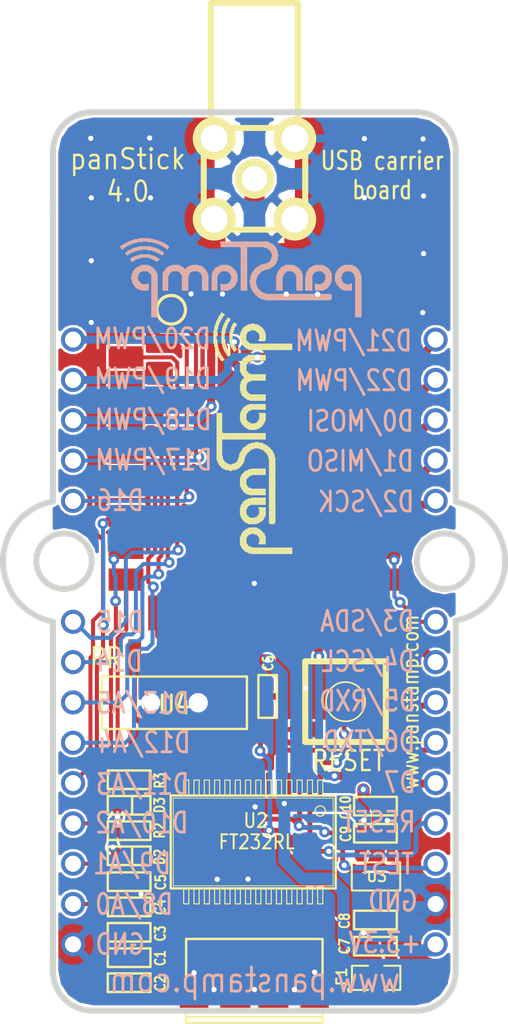
<source format=kicad_pcb>
(kicad_pcb (version 4) (host pcbnew "(2014-jul-16 BZR unknown)-product")
  (title_block (title "USB carrier board for panStamp, aka panStick") (date "25 Feb 2015") (rev 4.0) (company panStamp))
  (layers (0 Front signal) (31 Back signal) (34 B.Paste user) (35 F.Paste user) (36 B.SilkS user) (37 F.SilkS user) (38 B.Mask user) (39 F.Mask user) (44 Edge.Cuts user))
  (net 0 "")
  (net 1 +3.3V)
  (net 2 /D0)
  (net 3 /D1)
  (net 4 /D14)
  (net 5 /D15)
  (net 6 /D16)
  (net 7 /D17)
  (net 8 /D18)
  (net 9 /D2)
  (net 10 /D3)
  (net 11 /D4)
  (net 12 /RESET)
  (net 13 /RXD)
  (net 14 /TEST)
  (net 15 /TXD)
  (net 16 /Vbus)
  (net 17 GND)
  (net 18 "Net-(C1-Pad1)")
  (net 19 "Net-(C2-Pad1)")
  (net 20 "Net-(C7-Pad1)")
  (net 21 "Net-(D2-Pad2)")
  (net 22 "Net-(D3-Pad2)")
  (net 23 "Net-(R2-Pad1)")
  (net 24 "Net-(R3-Pad1)")
  (net 25 "Net-(U2-Pad6)")
  (net 26 "Net-(U2-Pad9)")
  (net 27 "Net-(U2-Pad10)")
  (net 28 "Net-(U2-Pad11)")
  (net 29 "Net-(U2-Pad12)")
  (net 30 "Net-(U2-Pad13)")
  (net 31 "Net-(U2-Pad14)")
  (net 32 "Net-(U2-Pad17)")
  (net 33 "Net-(U2-Pad27)")
  (net 34 "Net-(U2-Pad28)")
  (net 35 /D13)
  (net 36 /D12)
  (net 37 /D11)
  (net 38 /D10)
  (net 39 /D9)
  (net 40 /D8)
  (net 41 /D19)
  (net 42 /D20)
  (net 43 /D21)
  (net 44 /D22)
  (net 45 "Net-(P3-Pad4)")
  (net 46 /D7)
  (net 47 "Net-(PS1-Pad31)")
  (net 48 "Net-(C6-Pad1)")
  (net 49 /NRG_TEST)
  (net 50 /NRG_RESET)
  (net 51 "Net-(U4-Pad4)")
  (module ftdichip-3-SSOP28DB (layer Front) (at 174.88 111.18 180)
    (fp_text reference U2 (at -0.1524 1.3462 180) (layer F.SilkS) (effects (font (size 0.889 0.762) (thickness 0.127))))
    (fp_text value FT232RL (at -0.21844 0 180) (layer F.SilkS) (effects (font (size 0.889 0.762) (thickness 0.127))))
    (pad 1 smd rect (at -4.22402 3.65506 180) (size 0.34798 1.397) (layers Front F.Paste F.Mask) (net 13 /RXD))
    (pad 2 smd rect (at -3.57378 3.65506 180) (size 0.34798 1.397) (layers Front F.Paste F.Mask) (net 12 /RESET))
    (pad 3 smd rect (at -2.92354 3.65506 180) (size 0.34798 1.397) (layers Front F.Paste F.Mask) (net 14 /TEST))
    (pad 4 smd rect (at -2.2733 3.65506 180) (size 0.34798 1.397) (layers Front F.Paste F.Mask) (net 1 +3.3V))
    (pad 5 smd rect (at -1.62306 3.65506 180) (size 0.34798 1.397) (layers Front F.Paste F.Mask) (net 15 /TXD))
    (pad 6 smd rect (at -0.97282 3.65506 180) (size 0.34798 1.397) (layers Front F.Paste F.Mask) (net 25 "Net-(U2-Pad6)"))
    (pad 7 smd rect (at -0.32258 3.65506 180) (size 0.34798 1.397) (layers Front F.Paste F.Mask) (net 17 GND))
    (pad 8 smd rect (at 0.32258 3.65506 180) (size 0.34798 1.397) (layers Front F.Paste F.Mask))
    (pad 9 smd rect (at 0.97282 3.65506 180) (size 0.34798 1.397) (layers Front F.Paste F.Mask) (net 26 "Net-(U2-Pad9)"))
    (pad 10 smd rect (at 1.62306 3.65506 180) (size 0.34798 1.397) (layers Front F.Paste F.Mask) (net 27 "Net-(U2-Pad10)"))
    (pad 11 smd rect (at 2.2733 3.65506 180) (size 0.34798 1.397) (layers Front F.Paste F.Mask) (net 28 "Net-(U2-Pad11)"))
    (pad 12 smd rect (at 2.92354 3.65506 180) (size 0.34798 1.397) (layers Front F.Paste F.Mask) (net 29 "Net-(U2-Pad12)"))
    (pad 13 smd rect (at 3.57378 3.65506 180) (size 0.34798 1.397) (layers Front F.Paste F.Mask) (net 30 "Net-(U2-Pad13)"))
    (pad 14 smd rect (at 4.22402 3.65506 180) (size 0.34798 1.397) (layers Front F.Paste F.Mask) (net 31 "Net-(U2-Pad14)"))
    (pad 15 smd rect (at 4.22402 -3.65506 180) (size 0.34798 1.397) (layers Front F.Paste F.Mask) (net 19 "Net-(C2-Pad1)"))
    (pad 16 smd rect (at 3.57378 -3.65506 180) (size 0.34798 1.397) (layers Front F.Paste F.Mask) (net 18 "Net-(C1-Pad1)"))
    (pad 17 smd rect (at 2.92354 -3.65506 180) (size 0.34798 1.397) (layers Front F.Paste F.Mask) (net 32 "Net-(U2-Pad17)"))
    (pad 18 smd rect (at 2.2733 -3.65506 180) (size 0.34798 1.397) (layers Front F.Paste F.Mask) (net 17 GND))
    (pad 19 smd rect (at 1.62306 -3.65506 180) (size 0.34798 1.397) (layers Front F.Paste F.Mask) (net 16 /Vbus))
    (pad 20 smd rect (at 0.97282 -3.65506 180) (size 0.34798 1.397) (layers Front F.Paste F.Mask) (net 16 /Vbus))
    (pad 21 smd rect (at 0.32258 -3.65506 180) (size 0.34798 1.397) (layers Front F.Paste F.Mask) (net 17 GND))
    (pad 22 smd rect (at -0.32258 -3.65506 180) (size 0.34798 1.397) (layers Front F.Paste F.Mask) (net 23 "Net-(R2-Pad1)"))
    (pad 23 smd rect (at -0.97282 -3.65506 180) (size 0.34798 1.397) (layers Front F.Paste F.Mask) (net 24 "Net-(R3-Pad1)"))
    (pad 24 smd rect (at -1.62306 -3.65506 180) (size 0.34798 1.397) (layers Front F.Paste F.Mask))
    (pad 25 smd rect (at -2.2733 -3.65506 180) (size 0.34798 1.397) (layers Front F.Paste F.Mask) (net 17 GND))
    (pad 26 smd rect (at -2.92354 -3.65506 180) (size 0.34798 1.397) (layers Front F.Paste F.Mask) (net 17 GND))
    (pad 27 smd rect (at -3.57378 -3.65506 180) (size 0.34798 1.397) (layers Front F.Paste F.Mask) (net 33 "Net-(U2-Pad27)"))
    (pad 28 smd rect (at -4.22402 -3.65506 180) (size 0.34798 1.397) (layers Front F.Paste F.Mask) (net 34 "Net-(U2-Pad28)"))
  )
  (module SM0603S (layer Front) (at 167.0552 107.26 180)
    (fp_text reference R3 (at -1.94 -0.05 450) (layer F.SilkS) (effects (font (size 0.635 0.508) (thickness 0.127))))
    (fp_text value 1k hide)
    (pad 2 smd rect (at 0.7493 0 180) (size 0.7874 0.762) (layers Front F.Paste F.Mask) (net 22 "Net-(D3-Pad2)"))
    (pad 1 smd rect (at -0.7493 0 180) (size 0.7874 0.762) (layers Front F.Paste F.Mask) (net 24 "Net-(R3-Pad1)"))
  )
  (module SM0603S (layer Front) (at 167.0552 110.47 180)
    (fp_text reference R2 (at -1.9248 0.01 270) (layer F.SilkS) (effects (font (size 0.635 0.508) (thickness 0.127))))
    (fp_text value 1k hide)
    (pad 2 smd rect (at 0.7493 0 180) (size 0.7874 0.762) (layers Front F.Paste F.Mask) (net 21 "Net-(D2-Pad2)"))
    (pad 1 smd rect (at -0.7493 0 180) (size 0.7874 0.762) (layers Front F.Paste F.Mask) (net 23 "Net-(R2-Pad1)"))
  )
  (module SM0603S (layer Front) (at 167.0552 113.68)
    (fp_text reference C5 (at 1.9948 0.04 90) (layer F.SilkS) (effects (font (size 0.635 0.508) (thickness 0.127))))
    (fp_text value 100n hide)
    (pad 2 smd rect (at 0.7493 0) (size 0.7874 0.762) (layers Front F.Paste F.Mask) (net 17 GND))
    (pad 1 smd rect (at -0.7493 0) (size 0.7874 0.762) (layers Front F.Paste F.Mask) (net 16 /Vbus))
  )
  (module SM0603S (layer Front) (at 167.0552 115.27)
    (fp_text reference C4 (at 1.9748 0.014 90) (layer F.SilkS) (effects (font (size 0.635 0.508) (thickness 0.127))))
    (fp_text value 1u hide)
    (pad 2 smd rect (at 0.7493 0) (size 0.7874 0.762) (layers Front F.Paste F.Mask) (net 17 GND))
    (pad 1 smd rect (at -0.7493 0) (size 0.7874 0.762) (layers Front F.Paste F.Mask) (net 16 /Vbus))
  )
  (module SM0603S (layer Front) (at 167.0552 116.87)
    (fp_text reference C3 (at 1.97 0.08 90) (layer F.SilkS) (effects (font (size 0.635 0.508) (thickness 0.127))))
    (fp_text value 4.7u hide)
    (pad 2 smd rect (at 0.7493 0) (size 0.7874 0.762) (layers Front F.Paste F.Mask) (net 17 GND))
    (pad 1 smd rect (at -0.7493 0) (size 0.7874 0.762) (layers Front F.Paste F.Mask) (net 16 /Vbus))
  )
  (module SM0603S (layer Front) (at 167.0552 120.046 180)
    (fp_text reference C2 (at -1.9648 -0.0466 270) (layer F.SilkS) (effects (font (size 0.635 0.508) (thickness 0.127))))
    (fp_text value 15p hide)
    (pad 2 smd rect (at 0.7493 0 180) (size 0.7874 0.762) (layers Front F.Paste F.Mask) (net 17 GND))
    (pad 1 smd rect (at -0.7493 0 180) (size 0.7874 0.762) (layers Front F.Paste F.Mask) (net 19 "Net-(C2-Pad1)"))
  )
  (module SM0603S (layer Front) (at 167.0552 118.47 180)
    (fp_text reference C1 (at -1.9648 -0.0254 270) (layer F.SilkS) (effects (font (size 0.635 0.508) (thickness 0.127))))
    (fp_text value 15p hide)
    (pad 2 smd rect (at 0.7493 0 180) (size 0.7874 0.762) (layers Front F.Paste F.Mask) (net 17 GND))
    (pad 1 smd rect (at -0.7493 0 180) (size 0.7874 0.762) (layers Front F.Paste F.Mask) (net 18 "Net-(C1-Pad1)"))
  )
  (module SM0603S (layer Front) (at 182.5838 108.92)
    (fp_text reference C10 (at -1.8738 0.09 90) (layer F.SilkS) (effects (font (size 0.635 0.508) (thickness 0.127))))
    (fp_text value 100n hide)
    (pad 2 smd rect (at 0.7493 0) (size 0.7874 0.762) (layers Front F.Paste F.Mask) (net 17 GND))
    (pad 1 smd rect (at -0.7493 0) (size 0.7874 0.762) (layers Front F.Paste F.Mask) (net 1 +3.3V))
  )
  (module SM0603S (layer Front) (at 182.5838 110.63)
    (fp_text reference C9 (at -1.8638 0.05 90) (layer F.SilkS) (effects (font (size 0.635 0.508) (thickness 0.127))))
    (fp_text value 1u hide)
    (pad 2 smd rect (at 0.7493 0) (size 0.7874 0.762) (layers Front F.Paste F.Mask) (net 17 GND))
    (pad 1 smd rect (at -0.7493 0) (size 0.7874 0.762) (layers Front F.Paste F.Mask) (net 1 +3.3V))
  )
  (module SM0603S (layer Front) (at 182.5838 116.0964 180)
    (fp_text reference C8 (at 1.9438 -0.0536 270) (layer F.SilkS) (effects (font (size 0.635 0.508) (thickness 0.127))))
    (fp_text value 1u hide)
    (pad 2 smd rect (at 0.7493 0 180) (size 0.7874 0.762) (layers Front F.Paste F.Mask) (net 17 GND))
    (pad 1 smd rect (at -0.7493 0 180) (size 0.7874 0.762) (layers Front F.Paste F.Mask) (net 20 "Net-(C7-Pad1)"))
  )
  (module SM0603S (layer Front) (at 182.5838 117.7474 180)
    (fp_text reference C7 (at 1.9438 -0.0026 270) (layer F.SilkS) (effects (font (size 0.635 0.508) (thickness 0.127))))
    (fp_text value 4.7u hide)
    (pad 2 smd rect (at 0.7493 0 180) (size 0.7874 0.762) (layers Front F.Paste F.Mask) (net 17 GND))
    (pad 1 smd rect (at -0.7493 0 180) (size 0.7874 0.762) (layers Front F.Paste F.Mask) (net 20 "Net-(C7-Pad1)"))
  )
  (module SM0805 (layer Front) (at 182.63 119.74)
    (fp_text reference F1 (at -2.17 -0.07 90) (layer F.SilkS) (effects (font (size 0.635 0.635) (thickness 0.127))))
    (fp_text value "PTC 500mA" hide)
    (pad 1 smd rect (at -0.9525 0) (size 0.889 1.397) (layers Front F.Paste F.Mask) (net 16 /Vbus))
    (pad 2 smd rect (at 0.9525 0) (size 0.889 1.397) (layers Front F.Paste F.Mask) (net 20 "Net-(C7-Pad1)"))
  )
  (module SM0603S_POL (layer Front) (at 167.0552 112.05)
    (fp_text reference D2 (at 1.9248 0.07 270) (layer F.SilkS) (effects (font (size 0.635 0.508) (thickness 0.127))))
    (fp_text value LED hide)
    (pad 2 smd rect (at 0.7493 0) (size 0.7874 0.762) (layers Front F.Paste F.Mask) (net 21 "Net-(D2-Pad2)"))
    (pad 1 smd rect (at -0.7493 0) (size 0.7874 0.762) (layers Front F.Paste F.Mask) (net 16 /Vbus))
  )
  (module SM0603S_POL (layer Front) (at 167.0552 108.87)
    (fp_text reference D3 (at 1.9248 -0.01 90) (layer F.SilkS) (effects (font (size 0.635 0.508) (thickness 0.127))))
    (fp_text value LED hide)
    (pad 2 smd rect (at 0.7493 0) (size 0.7874 0.762) (layers Front F.Paste F.Mask) (net 22 "Net-(D3-Pad2)"))
    (pad 1 smd rect (at -0.7493 0) (size 0.7874 0.762) (layers Front F.Paste F.Mask) (net 16 /Vbus))
  )
  (module microUSB_female (layer Front) (at 174.95 118.09)
    (fp_text reference P3 hide)
    (fp_text value CONN_01X05 hide)
    (pad 5 smd rect (at -1.3 0) (size 0.4 1.35) (layers Front F.Paste F.Mask) (net 17 GND))
    (pad 4 smd rect (at -0.65 0) (size 0.4 1.35) (layers Front F.Paste F.Mask) (net 45 "Net-(P3-Pad4)"))
    (pad 3 smd rect (at 0 0) (size 0.4 1.35) (layers Front F.Paste F.Mask) (net 19 "Net-(C2-Pad1)"))
    (pad 2 smd rect (at 0.65 0) (size 0.4 1.35) (layers Front F.Paste F.Mask) (net 18 "Net-(C1-Pad1)"))
    (pad 1 smd rect (at 1.3 0) (size 0.4 1.35) (layers Front F.Paste F.Mask) (net 16 /Vbus))
    (pad GND smd rect (at -3.1 0.125) (size 2.1 1.6) (layers Front F.Paste F.Mask) (net 17 GND))
    (pad GND smd rect (at 3.1 0.125) (size 2.1 1.6) (layers Front F.Paste F.Mask) (net 17 GND))
    (pad GND smd rect (at -3.8 2.675) (size 1.8 1.9) (layers Front F.Paste F.Mask) (net 17 GND))
    (pad GND smd rect (at 3.8 2.675) (size 1.8 1.9) (layers Front F.Paste F.Mask) (net 17 GND))
    (pad GND smd rect (at -1.2 2.675) (size 1.9 1.9) (layers Front F.Paste F.Mask) (net 17 GND))
    (pad GND smd rect (at 1.2 2.675) (size 1.9 1.9) (layers Front F.Paste F.Mask) (net 17 GND))
  )
  (module mysmd:PANSTAMP_2 (layer Front) (at 174.96 85.65)
    (fp_text reference PS1 hide)
    (fp_text value PANSTAMP_NRG2 hide)
    (pad 1 smd rect (at -8.1 -9) (size 2.2 1.4) (layers Front F.Paste F.Mask) (net 7 /D17))
    (pad 2 smd rect (at -8.1 -7) (size 2.2 1.4) (layers Front F.Paste F.Mask) (net 6 /D16))
    (pad 3 smd rect (at -8.1 -5) (size 2.2 1.4) (layers Front F.Paste F.Mask) (net 5 /D15))
    (pad 4 smd rect (at -8.1 -3) (size 2.2 1.4) (layers Front F.Paste F.Mask) (net 4 /D14))
    (pad 5 smd rect (at -8.1 -1) (size 2.2 1.4) (layers Front F.Paste F.Mask) (net 35 /D13))
    (pad 6 smd rect (at -8.1 1) (size 2.2 1.4) (layers Front F.Paste F.Mask) (net 36 /D12))
    (pad 7 smd rect (at -8.1 3) (size 2.2 1.4) (layers Front F.Paste F.Mask) (net 37 /D11))
    (pad 8 smd rect (at -8.1 5) (size 2.2 1.4) (layers Front F.Paste F.Mask) (net 38 /D10))
    (pad 9 smd rect (at -8.1 7) (size 2.2 1.4) (layers Front F.Paste F.Mask) (net 39 /D9))
    (pad 10 smd rect (at -8.1 9) (size 2.2 1.4) (layers Front F.Paste F.Mask) (net 40 /D8))
    (pad 11 smd rect (at -6 11.1 90) (size 2.2 1.4) (layers Front F.Paste F.Mask) (net 49 /NRG_TEST))
    (pad 12 smd rect (at -4 11.1 90) (size 2.2 1.4) (layers Front F.Paste F.Mask) (net 50 /NRG_RESET))
    (pad 13 smd rect (at -2 11.1 90) (size 2.2 1.4) (layers Front F.Paste F.Mask) (net 1 +3.3V))
    (pad 14 smd rect (at 0 11.1 90) (size 2.2 1.4) (layers Front F.Paste F.Mask) (net 17 GND))
    (pad 15 smd rect (at 2 11.1 90) (size 2.2 1.4) (layers Front F.Paste F.Mask) (net 46 /D7))
    (pad 16 smd rect (at 4 11.1 90) (size 2.2 1.4) (layers Front F.Paste F.Mask) (net 15 /TXD))
    (pad 17 smd rect (at 6 11.1 90) (size 2.2 1.4) (layers Front F.Paste F.Mask) (net 13 /RXD))
    (pad 18 smd rect (at 8.1 9) (size 2.2 1.4) (layers Front F.Paste F.Mask) (net 11 /D4))
    (pad 19 smd rect (at 8.1 7) (size 2.2 1.4) (layers Front F.Paste F.Mask) (net 10 /D3))
    (pad 20 smd rect (at 8.1 5) (size 2.2 1.4) (layers Front F.Paste F.Mask) (net 9 /D2))
    (pad 21 smd rect (at 8.1 3) (size 2.2 1.4) (layers Front F.Paste F.Mask) (net 3 /D1))
    (pad 22 smd rect (at 8.1 1) (size 2.2 1.4) (layers Front F.Paste F.Mask) (net 2 /D0))
    (pad 23 smd rect (at 8.1 -1) (size 2.2 1.4) (layers Front F.Paste F.Mask) (net 44 /D22))
    (pad 24 smd rect (at 8.1 -3) (size 2.2 1.4) (layers Front F.Paste F.Mask) (net 43 /D21))
    (pad 25 smd rect (at 8.1 -5) (size 2.2 1.4) (layers Front F.Paste F.Mask) (net 42 /D20))
    (pad 26 smd rect (at 8.1 -7) (size 2.2 1.4) (layers Front F.Paste F.Mask) (net 41 /D19))
    (pad 27 smd rect (at 8.1 -9) (size 2.2 1.4) (layers Front F.Paste F.Mask) (net 8 /D18))
    (pad 28 smd rect (at 6 -11.1 90) (size 2.2 1.4) (layers Front F.Paste F.Mask) (net 17 GND))
    (pad 29 smd rect (at 4 -11.1 90) (size 2.2 1.4) (layers Front F.Paste F.Mask) (net 17 GND))
    (pad 30 smd rect (at 2 -11.1 90) (size 2.2 1.4) (layers Front F.Paste F.Mask) (net 17 GND))
    (pad 31 smd rect (at 0 -11.1 90) (size 2.2 1.4) (layers Front F.Paste F.Mask) (net 47 "Net-(PS1-Pad31)"))
    (pad 32 smd rect (at -2 -11.1 90) (size 2.2 1.4) (layers Front F.Paste F.Mask) (net 17 GND))
    (pad 33 smd rect (at -4 -11.1 90) (size 2.2 1.4) (layers Front F.Paste F.Mask) (net 17 GND))
    (pad 34 smd rect (at -6 -11.1 90) (size 2.2 1.4) (layers Front F.Paste F.Mask) (net 17 GND))
  )
  (module myconnectors:pin_array_1x14 (layer Front) (at 163.52 101.32 270)
    (fp_text reference P1 hide)
    (fp_text value CONN_01X14 hide)
    (pad 1 thru_hole circle (at -21.79 0 270) (size 1.524 1.524) (drill 1.016) (layers *.Cu *.Mask) (net 42 /D20))
    (pad 2 thru_hole circle (at -19.25 0 270) (size 1.524 1.524) (drill 1.016) (layers *.Cu *.Mask) (net 41 /D19))
    (pad 3 thru_hole circle (at -16.71 0 270) (size 1.524 1.524) (drill 1.016) (layers *.Cu *.Mask) (net 8 /D18))
    (pad 4 thru_hole circle (at -14.17 0 270) (size 1.524 1.524) (drill 1.016) (layers *.Cu *.Mask) (net 7 /D17))
    (pad 5 thru_hole circle (at -11.63 0 270) (size 1.524 1.524) (drill 1.016) (layers *.Cu *.Mask) (net 6 /D16))
    (pad 6 thru_hole circle (at -4.01 0 270) (size 1.524 1.524) (drill 1.016) (layers *.Cu *.Mask) (net 5 /D15))
    (pad 7 thru_hole circle (at -1.47 0 270) (size 1.524 1.524) (drill 1.016) (layers *.Cu *.Mask) (net 4 /D14))
    (pad 8 thru_hole circle (at 1.07 0 270) (size 1.524 1.524) (drill 1.016) (layers *.Cu *.Mask) (net 35 /D13))
    (pad 9 thru_hole circle (at 3.61 0 270) (size 1.524 1.524) (drill 1.016) (layers *.Cu *.Mask) (net 36 /D12))
    (pad 10 thru_hole circle (at 6.15 0 270) (size 1.524 1.524) (drill 1.016) (layers *.Cu *.Mask) (net 37 /D11))
    (pad 11 thru_hole circle (at 8.69 0 270) (size 1.524 1.524) (drill 1.016) (layers *.Cu *.Mask) (net 38 /D10))
    (pad 12 thru_hole circle (at 11.23 0 270) (size 1.524 1.524) (drill 1.016) (layers *.Cu *.Mask) (net 39 /D9))
    (pad 13 thru_hole circle (at 13.77 0 270) (size 1.524 1.524) (drill 1.016) (layers *.Cu *.Mask) (net 40 /D8))
    (pad 14 thru_hole circle (at 16.31 0 270) (size 1.524 1.524) (drill 1.016) (layers *.Cu *.Mask) (net 17 GND))
  )
  (module myconnectors:pin_array_1x14 (layer Front) (at 186.38 101.32 270)
    (fp_text reference P2 hide)
    (fp_text value CONN_01X14 hide)
    (pad 1 thru_hole circle (at -21.79 0 270) (size 1.524 1.524) (drill 1.016) (layers *.Cu *.Mask) (net 43 /D21))
    (pad 2 thru_hole circle (at -19.25 0 270) (size 1.524 1.524) (drill 1.016) (layers *.Cu *.Mask) (net 44 /D22))
    (pad 3 thru_hole circle (at -16.71 0 270) (size 1.524 1.524) (drill 1.016) (layers *.Cu *.Mask) (net 2 /D0))
    (pad 4 thru_hole circle (at -14.17 0 270) (size 1.524 1.524) (drill 1.016) (layers *.Cu *.Mask) (net 3 /D1))
    (pad 5 thru_hole circle (at -11.63 0 270) (size 1.524 1.524) (drill 1.016) (layers *.Cu *.Mask) (net 9 /D2))
    (pad 6 thru_hole circle (at -4.01 0 270) (size 1.524 1.524) (drill 1.016) (layers *.Cu *.Mask) (net 10 /D3))
    (pad 7 thru_hole circle (at -1.47 0 270) (size 1.524 1.524) (drill 1.016) (layers *.Cu *.Mask) (net 11 /D4))
    (pad 8 thru_hole circle (at 1.07 0 270) (size 1.524 1.524) (drill 1.016) (layers *.Cu *.Mask) (net 13 /RXD))
    (pad 9 thru_hole circle (at 3.61 0 270) (size 1.524 1.524) (drill 1.016) (layers *.Cu *.Mask) (net 15 /TXD))
    (pad 10 thru_hole circle (at 6.15 0 270) (size 1.524 1.524) (drill 1.016) (layers *.Cu *.Mask) (net 46 /D7))
    (pad 11 thru_hole circle (at 8.69 0 270) (size 1.524 1.524) (drill 1.016) (layers *.Cu *.Mask) (net 12 /RESET))
    (pad 12 thru_hole circle (at 11.23 0 270) (size 1.524 1.524) (drill 1.016) (layers *.Cu *.Mask) (net 14 /TEST))
    (pad 13 thru_hole circle (at 13.77 0 270) (size 1.524 1.524) (drill 1.016) (layers *.Cu *.Mask) (net 17 GND))
    (pad 14 thru_hole circle (at 16.31 0 270) (size 1.524 1.524) (drill 1.016) (layers *.Cu *.Mask) (net 1 +3.3V))
  )
  (module old_mymods:PANSTAMPLOGO (layer Front) (at 172.06 93.04 90)
    (fp_text reference G*** hide)
    (fp_text value PANSTAMPLOGO hide)
  )
  (module mysmd:SM0603S (layer Front) (at 175.79 102.01 270)
    (fp_text reference C6 (at -2.09 -0.03 270) (layer F.SilkS) (effects (font (size 0.635 0.508) (thickness 0.127))))
    (fp_text value 100n hide)
    (pad 2 smd rect (at 0.7493 0 270) (size 0.7874 0.762) (layers Front F.Paste F.Mask) (net 12 /RESET))
    (pad 1 smd rect (at -0.7493 0 270) (size 0.7874 0.762) (layers Front F.Paste F.Mask) (net 48 "Net-(C6-Pad1)"))
  )
  (module mysmd:switch-tact-noah (layer Front) (at 180.7 102.34)
    (fp_text reference SW1 hide)
    (fp_text value SW_PUSH_SMALL hide)
    (pad 1 smd rect (at -2.49936 -1.75006) (size 1.99898 1.00076) (layers Front F.Paste F.Mask) (net 17 GND))
    (pad 3 smd rect (at 2.49936 -1.75006) (size 1.99898 1.00076) (layers Front F.Paste F.Mask))
    (pad 2 smd rect (at -2.49936 1.75006) (size 1.99898 1.00076) (layers Front F.Paste F.Mask) (net 50 /NRG_RESET))
    (pad 4 smd rect (at 2.49936 1.75006) (size 1.99898 1.00076) (layers Front F.Paste F.Mask))
  )
  (module LY-SK10 (layer Front) (at 169.91 102.41)
    (fp_text reference U4 (at 0 0.127) (layer F.SilkS) (effects (font (size 1.143 1.016) (thickness 0.1778))))
    (fp_text value LY-SK10 hide)
    (pad 1 smd rect (at -2.5 2.85) (size 0.8 2.3) (layers Front F.Paste F.Mask) (net 12 /RESET))
    (pad 2 smd rect (at 0 2.85) (size 0.8 2.3) (layers Front F.Paste F.Mask) (net 50 /NRG_RESET))
    (pad 3 smd rect (at 2.5 2.85) (size 0.8 2.3) (layers Front F.Paste F.Mask) (net 48 "Net-(C6-Pad1)"))
    (pad 4 smd rect (at 2.5 -2.85) (size 0.8 2.3) (layers Front F.Paste F.Mask) (net 51 "Net-(U4-Pad4)"))
    (pad 5 smd rect (at 0 -2.85) (size 0.8 2.3) (layers Front F.Paste F.Mask) (net 49 /NRG_TEST))
    (pad 6 smd rect (at -2.5 -2.85) (size 0.8 2.3) (layers Front F.Paste F.Mask) (net 14 /TEST))
    (pad "" thru_hole circle (at -1.5 0) (size 0.9 0.9) (drill 0.9) (layers *.Cu *.Mask F.SilkS))
    (pad "" thru_hole circle (at 1.5 0) (size 0.9 0.9) (drill 0.9) (layers *.Cu *.Mask F.SilkS))
  )
  (module old_mymods:PANSTAMPLOGO (layer Back) (at 181.71 72.84 180)
    (fp_text reference G*** hide)
    (fp_text value PANSTAMPLOGO hide)
  )
  (module myconnectors:SMA_RightAngle_Tyco (layer Front) (at 174.96 69.4)
    (fp_text reference U1 hide)
    (fp_text value ANTENNA hide)
    (pad 1 thru_hole circle (at 0 0) (size 2.49936 2.49936) (drill 1.6002) (layers *.Cu *.Mask F.SilkS) (net 47 "Net-(PS1-Pad31)"))
    (pad 2 thru_hole circle (at 2.54 -2.54) (size 2.70002 2.70002) (drill 1.69926) (layers *.Cu *.Mask F.SilkS) (net 17 GND))
    (pad 2 thru_hole circle (at -2.54 -2.54) (size 2.70002 2.70002) (drill 1.69926) (layers *.Cu *.Mask F.SilkS) (net 17 GND))
    (pad 2 thru_hole circle (at -2.54 2.54) (size 2.70002 2.70002) (drill 1.69926) (layers *.Cu *.Mask F.SilkS) (net 17 GND))
    (pad 2 thru_hole circle (at 2.54 2.54) (size 2.70002 2.70002) (drill 1.69926) (layers *.Cu *.Mask F.SilkS) (net 17 GND))
  )
  (module libcms:SOT23-5 (layer Front) (at 182.62 113.35)
    (fp_text reference U3 (at 0.05 0.02 180) (layer F.SilkS) (effects (font (size 0.635 0.635) (thickness 0.127))))
    (fp_text value AP7365-33 hide)
    (pad 1 smd rect (at -0.9525 1.27) (size 0.508 0.762) (layers Front F.Paste F.Mask) (net 20 "Net-(C7-Pad1)"))
    (pad 3 smd rect (at 0.9525 1.27) (size 0.508 0.762) (layers Front F.Paste F.Mask) (net 20 "Net-(C7-Pad1)"))
    (pad 5 smd rect (at -0.9525 -1.27) (size 0.508 0.762) (layers Front F.Paste F.Mask) (net 1 +3.3V))
    (pad 2 smd rect (at 0 1.27) (size 0.508 0.762) (layers Front F.Paste F.Mask) (net 17 GND))
    (pad 4 smd rect (at 0.9525 -1.27) (size 0.508 0.762) (layers Front F.Paste F.Mask))
  )
  (gr_text RESET (at 180.9 106.07) (layer F.SilkS) (effects (font (size 1.27 1.016) (thickness 0.1524))))
  (gr_text PR (at 165.61 99.6) (layer F.SilkS) (effects (font (size 1.27 1.016) (thickness 0.1524))))
  (gr_text D18/PWM (at 168.57 84.58) (layer B.SilkS) (effects (font (size 1.27 1.016) (thickness 0.1778)) (justify mirror)))
  (gr_line (start 162.25 97.78) (end 162.25 97.29) (angle 90) (layer Edge.Cuts) (width 0.381))
  (gr_line (start 162.25 89.73) (end 162.24 89.73) (angle 90) (layer Edge.Cuts) (width 0.381))
  (gr_line (start 162.25 89.21) (end 162.25 89.73) (angle 90) (layer Edge.Cuts) (width 0.381))
  (gr_arc (start 162.92 93.49) (end 159.13 93.93) (angle 86) (layer Edge.Cuts) (width 0.381))
  (gr_line (start 187.65 89.28) (end 187.65 89.75) (angle 90) (layer Edge.Cuts) (width 0.381))
  (gr_line (start 187.65 97.81) (end 187.65 97.23) (angle 90) (layer Edge.Cuts) (width 0.381))
  (gr_arc (start 186.97 93.49) (end 190.76 93.31) (angle 82) (layer Edge.Cuts) (width 0.381))
  (gr_circle (center 162.95 93.49) (end 162.95 91.74) (layer Edge.Cuts) (width 0.381))
  (gr_circle (center 186.95 93.49) (end 186.95 91.74) (layer Edge.Cuts) (width 0.381))
  (gr_line (start 187.65 78.37) (end 187.65 89.26) (angle 90) (layer Edge.Cuts) (width 0.381))
  (gr_line (start 187.65 98.22) (end 187.65 97.82) (angle 90) (layer Edge.Cuts) (width 0.381))
  (gr_line (start 162.25 89.24) (end 162.26 89.24) (angle 90) (layer Edge.Cuts) (width 0.381))
  (gr_line (start 162.25 78.39) (end 162.25 89.24) (angle 90) (layer Edge.Cuts) (width 0.381))
  (gr_line (start 162.25 98.27) (end 162.25 97.79) (angle 90) (layer Edge.Cuts) (width 0.381))
  (gr_line (start 162.25 70.71) (end 162.25 67.71) (angle 90) (layer Edge.Cuts) (width 0.381))
  (gr_line (start 187.65 67.71) (end 187.65 70.65) (angle 90) (layer Edge.Cuts) (width 0.381))
  (gr_line (start 187.65 118.93) (end 187.65 98.24) (angle 90) (layer Edge.Cuts) (width 0.381))
  (gr_arc (start 186.95 93.51) (end 187.65 89.76) (angle 90) (layer Edge.Cuts) (width 0.381))
  (gr_line (start 162.25 98.3) (end 162.25 119.4) (angle 90) (layer Edge.Cuts) (width 0.381))
  (gr_arc (start 162.95 93.51) (end 162.25 97.29) (angle 90) (layer Edge.Cuts) (width 0.381))
  (gr_text "panStick\n4.0" (at 166.97 69.18) (layer F.SilkS) (effects (font (size 1.27 1.143) (thickness 0.1524))))
  (gr_text "USB carrier\nboard" (at 183.01 69.18) (layer F.SilkS) (effects (font (size 1.143 0.889) (thickness 0.1524))))
  (gr_line (start 187.65 70.73) (end 187.65 71.27) (angle 90) (layer Edge.Cuts) (width 0.381))
  (gr_line (start 162.25 70.73) (end 162.25 71.22) (angle 90) (layer Edge.Cuts) (width 0.381))
  (gr_line (start 162.25 119.04) (end 162.25 119.36) (angle 90) (layer Edge.Cuts) (width 0.381))
  (gr_line (start 187.65 119.36) (end 187.64 119.36) (angle 90) (layer Edge.Cuts) (width 0.381))
  (gr_line (start 187.65 118.95) (end 187.65 119.36) (angle 90) (layer Edge.Cuts) (width 0.381))
  (gr_text D10/A2 (at 167.85 109.98) (layer B.SilkS) (effects (font (size 1.27 1.016) (thickness 0.1778)) (justify mirror)))
  (gr_text D21/PWM (at 181.21 79.61) (layer B.SilkS) (effects (font (size 1.27 1.016) (thickness 0.1778)) (justify mirror)))
  (gr_line (start 162.25 78.37) (end 162.25 71.21) (angle 90) (layer Edge.Cuts) (width 0.381))
  (gr_line (start 187.65 71.23) (end 187.64 71.23) (angle 90) (layer Edge.Cuts) (width 0.381))
  (gr_line (start 187.65 78.37) (end 187.65 71.23) (angle 90) (layer Edge.Cuts) (width 0.381))
  (gr_text www.panstamp.com (at 184.79 102.36 90) (layer F.SilkS) (effects (font (size 1.016 0.762) (thickness 0.127))))
  (gr_line (start 164.78 65.2) (end 185.14 65.2) (angle 90) (layer Edge.Cuts) (width 0.381))
  (gr_arc (start 185.16 67.69) (end 185.16 65.2) (angle 90) (layer Edge.Cuts) (width 0.381))
  (gr_arc (start 164.75 67.7) (end 162.25 67.7) (angle 90) (layer Edge.Cuts) (width 0.381))
  (gr_line (start 185.15 121.81) (end 164.74 121.81) (angle 90) (layer Edge.Cuts) (width 0.381))
  (gr_arc (start 185.15 119.31) (end 187.65 119.31) (angle 90) (layer Edge.Cuts) (width 0.381))
  (gr_arc (start 164.75 119.31) (end 164.75 121.81) (angle 90) (layer Edge.Cuts) (width 0.381))
  (gr_text GND (at 166.49 117.63) (layer B.SilkS) (effects (font (size 1.27 1.016) (thickness 0.1778)) (justify mirror)))
  (gr_text D2/SCK (at 181.99 89.75) (layer B.SilkS) (effects (font (size 1.27 1.016) (thickness 0.1778)) (justify mirror)))
  (gr_text GND (at 183.69 114.91) (layer B.SilkS) (effects (font (size 1.27 1.016) (thickness 0.1778)) (justify mirror)))
  (gr_text D7 (at 184.12 107.43) (layer B.SilkS) (effects (font (size 1.27 1.016) (thickness 0.1778)) (justify mirror)))
  (gr_text D6/TXD (at 182.18 104.86) (layer B.SilkS) (effects (font (size 1.27 1.016) (thickness 0.1778)) (justify mirror)))
  (gr_text RESET (at 182.8 109.93) (layer B.SilkS) (effects (font (size 1.27 1.016) (thickness 0.1778)) (justify mirror)))
  (gr_text D5/RXD (at 182.07 102.3) (layer B.SilkS) (effects (font (size 1.27 1.016) (thickness 0.1778)) (justify mirror)))
  (gr_text D22/PWM (at 181.24 82.11) (layer B.SilkS) (effects (font (size 1.27 1.016) (thickness 0.1778)) (justify mirror)))
  (gr_text D3/SDA (at 182.07 97.28) (layer B.SilkS) (effects (font (size 1.27 1.016) (thickness 0.1778)) (justify mirror)))
  (gr_text D4/SCL (at 182.12 99.81) (layer B.SilkS) (effects (font (size 1.27 1.016) (thickness 0.1778)) (justify mirror)))
  (gr_text D1/MISO (at 181.63 87.19) (layer B.SilkS) (effects (font (size 1.27 1.016) (thickness 0.1778)) (justify mirror)))
  (gr_text D0/MOSI (at 181.63 84.67) (layer B.SilkS) (effects (font (size 1.27 1.016) (thickness 0.1778)) (justify mirror)))
  (gr_text D16 (at 166.49 89.67) (layer B.SilkS) (effects (font (size 1.27 1.016) (thickness 0.1778)) (justify mirror)))
  (gr_text D15 (at 166.49 97.34) (layer B.SilkS) (effects (font (size 1.27 1.016) (thickness 0.1778)) (justify mirror)))
  (gr_text D12/A4 (at 167.99 104.92) (layer B.SilkS) (effects (font (size 1.27 1.016) (thickness 0.1778)) (justify mirror)))
  (gr_text D13/A5 (at 167.91 102.44) (layer B.SilkS) (effects (font (size 1.27 1.016) (thickness 0.1778)) (justify mirror)))
  (gr_text D19/PWM (at 168.55 82) (layer B.SilkS) (effects (font (size 1.27 1.016) (thickness 0.1778)) (justify mirror)))
  (gr_text D14 (at 166.42 99.8) (layer B.SilkS) (effects (font (size 1.27 1.016) (thickness 0.1778)) (justify mirror)))
  (gr_text D17/PWM (at 168.61 87.12) (layer B.SilkS) (effects (font (size 1.27 1.016) (thickness 0.1778)) (justify mirror)))
  (gr_text D11/A3 (at 167.9 107.55) (layer B.SilkS) (effects (font (size 1.27 1.016) (thickness 0.1778)) (justify mirror)))
  (gr_text D8/A0 (at 167.37 115.11) (layer B.SilkS) (effects (font (size 1.27 1.016) (thickness 0.1778)) (justify mirror)))
  (gr_text D9/A1 (at 167.24 112.56) (layer B.SilkS) (effects (font (size 1.27 1.016) (thickness 0.1778)) (justify mirror)))
  (gr_text D20/PWM (at 168.52 79.48) (layer B.SilkS) (effects (font (size 1.27 1.016) (thickness 0.1778)) (justify mirror)))
  (gr_text TEST (at 183.28 112.57) (layer B.SilkS) (effects (font (size 1.27 1.016) (thickness 0.1778)) (justify mirror)))
  (gr_text +3.3V (at 183.18 117.53) (layer B.SilkS) (effects (font (size 1.27 1.016) (thickness 0.1778)) (justify mirror)))
  (gr_text www.panstamp.com (at 174.98 119.88) (layer B.SilkS) (effects (font (size 1.524 1.27) (thickness 0.1778)) (justify mirror)))
  (segment (start 181.6675 112.08) (end 181.6675 110.797) (width 0.762) (layer Front) (net 1))
  (segment (start 181.6675 110.797) (end 181.8345 110.63) (width 0.762) (layer Front) (net 1))
  (segment (start 184.19 118.01) (end 186 118.01) (width 0.762) (layer Back) (net 1))
  (segment (start 186 118.01) (end 186.38 117.63) (width 0.762) (layer Back) (net 1))
  (segment (start 175.79 99.73) (end 174.39 99.73) (width 0.762) (layer Front) (net 1))
  (segment (start 174.39 99.73) (end 173.63 98.97) (width 0.762) (layer Front) (net 1))
  (segment (start 173.63 98.28) (end 172.96 97.61) (width 0.762) (layer Front) (net 1))
  (segment (start 173.63 98.97) (end 173.63 98.28) (width 0.762) (layer Front) (net 1))
  (segment (start 172.96 97.61) (end 172.96 96.75) (width 0.762) (layer Front) (net 1))
  (via (at 175.79 99.73) (size 0.6858) (layers Front Back) (net 1))
  (segment (start 175.79 99.73) (end 176.68 100.62) (width 0.762) (layer Back) (net 1))
  (segment (start 176.68 100.62) (end 176.68 108.6) (width 0.762) (layer Back) (net 1))
  (segment (start 176.68 108.6) (end 176.84 108.76) (width 0.762) (layer Back) (net 1))
  (segment (start 176.84 108.76) (end 176.84 112.35) (width 0.762) (layer Back) (net 1))
  (segment (start 181.38 118.01) (end 184.19 118.01) (width 0.762) (layer Back) (net 1))
  (segment (start 184.19 118.01) (end 186.2 118.01) (width 0.762) (layer Back) (net 1))
  (segment (start 180.57 117.2) (end 181.38 118.01) (width 0.762) (layer Back) (net 1))
  (segment (start 180.57 114.34) (end 180.57 117.2) (width 0.762) (layer Back) (net 1))
  (segment (start 179.72 113.49) (end 180.57 114.34) (width 0.762) (layer Back) (net 1))
  (segment (start 177.98 113.49) (end 179.72 113.49) (width 0.762) (layer Back) (net 1))
  (segment (start 176.84 112.35) (end 177.98 113.49) (width 0.762) (layer Back) (net 1))
  (segment (start 186.2 118.01) (end 186.38 117.83) (width 0.762) (layer Back) (net 1))
  (segment (start 177.1533 107.52494) (end 177.1533 108.4467) (width 0.3048) (layer Front) (net 1))
  (via (at 176.84 108.76) (size 0.6858) (layers Front Back) (net 1))
  (segment (start 177.1533 108.4467) (end 176.84 108.76) (width 0.3048) (layer Front) (net 1))
  (segment (start 181.8345 109.81) (end 181.8345 109.6245) (width 1.016) (layer Back) (net 1))
  (segment (start 180.97 108.76) (end 176.84 108.76) (width 1.016) (layer Back) (net 1))
  (segment (start 181.8345 109.6245) (end 180.97 108.76) (width 1.016) (layer Back) (net 1))
  (via (at 181.8345 109.81) (size 0.6858) (layers Front Back) (net 1))
  (segment (start 181.8345 109.81) (end 181.84 109.81) (width 0.762) (layer Back) (net 1))
  (segment (start 181.8345 108.92) (end 181.8345 107.8845) (width 0.762) (layer Front) (net 1))
  (via (at 181.82 107.87) (size 0.6858) (layers Front Back) (net 1))
  (segment (start 181.8345 107.8845) (end 181.82 107.87) (width 0.762) (layer Front) (net 1))
  (segment (start 181.8345 110.63) (end 181.8345 109.81) (width 0.762) (layer Front) (net 1))
  (segment (start 181.8345 109.81) (end 181.8345 108.92) (width 0.762) (layer Front) (net 1))
  (segment (start 183.06 86.65) (end 184.86 86.65) (width 0.508) (layer Front) (net 2))
  (segment (start 185.36 85.4) (end 186.15 84.61) (width 0.508) (layer Front) (net 2))
  (segment (start 185.36 86.15) (end 185.36 85.4) (width 0.508) (layer Front) (net 2))
  (segment (start 184.86 86.65) (end 185.36 86.15) (width 0.508) (layer Front) (net 2))
  (segment (start 186.15 84.61) (end 186.38 84.61) (width 0.508) (layer Front) (net 2))
  (segment (start 186.02 84.81) (end 186.38 84.81) (width 0.381) (layer Front) (net 2))
  (segment (start 183.06 88.65) (end 184.88 88.65) (width 0.508) (layer Front) (net 3))
  (segment (start 184.88 88.65) (end 186.38 87.15) (width 0.508) (layer Front) (net 3))
  (segment (start 163.52 99.85) (end 165.94 99.85) (width 0.254) (layer Back) (net 4))
  (segment (start 165.94 99.85) (end 166.533598 99.256402) (width 0.254) (layer Back) (net 4))
  (segment (start 166.86 82.65) (end 169.05 82.65) (width 0.254) (layer Front) (net 4))
  (segment (start 169.05 82.65) (end 169.5 83.1) (width 0.254) (layer Front) (net 4))
  (segment (start 169.5 89.15) (end 169.5 91.35) (width 0.254) (layer Front) (net 4))
  (segment (start 166.533598 98.386402) (end 166.533598 99.256402) (width 0.254) (layer Back) (net 4))
  (segment (start 169.5 83.1) (end 169.5 89.15) (width 0.254) (layer Front) (net 4))
  (segment (start 169.5 93.49) (end 169.58 93.57) (width 0.254) (layer Front) (net 4))
  (via (at 169.58 93.57) (size 0.6858) (layers Front Back) (net 4))
  (segment (start 169.58 93.57) (end 169.48 93.67) (width 0.254) (layer Back) (net 4))
  (segment (start 169.48 93.67) (end 168.05 93.67) (width 0.254) (layer Back) (net 4))
  (segment (start 167.483598 94.146402) (end 167.483598 97.87) (width 0.254) (layer Back) (net 4))
  (segment (start 167.483598 97.87) (end 167.253598 98.1) (width 0.254) (layer Back) (net 4))
  (segment (start 167.253598 98.1) (end 166.82 98.1) (width 0.254) (layer Back) (net 4))
  (segment (start 166.82 98.1) (end 166.533598 98.386402) (width 0.254) (layer Back) (net 4))
  (segment (start 169.5 91.35) (end 169.5 93.49) (width 0.254) (layer Front) (net 4))
  (segment (start 167.96 93.67) (end 167.483598 94.146402) (width 0.254) (layer Back) (net 4))
  (segment (start 168.05 93.67) (end 167.96 93.67) (width 0.254) (layer Back) (net 4))
  (segment (start 170.09 88.57) (end 170.09 92.74) (width 0.254) (layer Front) (net 5))
  (segment (start 164.63 98.32) (end 163.62 97.31) (width 0.254) (layer Back) (net 5))
  (segment (start 165.84 98.32) (end 164.63 98.32) (width 0.254) (layer Back) (net 5))
  (segment (start 166.85 97.31) (end 165.84 98.32) (width 0.254) (layer Back) (net 5))
  (segment (start 166.85 93.33) (end 166.85 97.31) (width 0.254) (layer Back) (net 5))
  (segment (start 167.24 92.94) (end 166.85 93.33) (width 0.254) (layer Back) (net 5))
  (segment (start 169.99 92.94) (end 167.24 92.94) (width 0.254) (layer Back) (net 5))
  (segment (start 170.14 92.79) (end 169.99 92.94) (width 0.254) (layer Back) (net 5))
  (via (at 170.14 92.79) (size 0.6858) (layers Front Back) (net 5))
  (segment (start 170.09 92.74) (end 170.14 92.79) (width 0.254) (layer Front) (net 5))
  (segment (start 163.62 97.31) (end 163.52 97.31) (width 0.254) (layer Back) (net 5))
  (segment (start 169.76 80.65) (end 170.09 80.98) (width 0.254) (layer Front) (net 5))
  (segment (start 166.86 80.65) (end 169.76 80.65) (width 0.254) (layer Front) (net 5))
  (segment (start 170.09 80.98) (end 170.09 88.57) (width 0.254) (layer Front) (net 5))
  (segment (start 170.69 86.56) (end 170.69 89.29) (width 0.254) (layer Front) (net 6))
  (segment (start 170.57 89.69) (end 163.52 89.69) (width 0.254) (layer Back) (net 6))
  (segment (start 170.83 89.43) (end 170.57 89.69) (width 0.254) (layer Back) (net 6))
  (via (at 170.83 89.43) (size 0.6858) (layers Front Back) (net 6))
  (segment (start 170.69 89.29) (end 170.83 89.43) (width 0.254) (layer Front) (net 6))
  (segment (start 168.66 79.01) (end 168.94 79.29) (width 0.254) (layer Front) (net 6))
  (segment (start 168.94 79.29) (end 170.13 79.29) (width 0.254) (layer Front) (net 6))
  (segment (start 168.3 78.65) (end 168.66 79.01) (width 0.254) (layer Front) (net 6))
  (segment (start 166.86 78.65) (end 168.3 78.65) (width 0.254) (layer Front) (net 6))
  (segment (start 170.69 79.85) (end 170.69 86.56) (width 0.254) (layer Front) (net 6))
  (segment (start 170.69 86.56) (end 170.69 86.58) (width 0.254) (layer Front) (net 6))
  (segment (start 170.13 79.29) (end 170.69 79.85) (width 0.254) (layer Front) (net 6))
  (segment (start 171.27 83.73) (end 171.27 86.76) (width 0.254) (layer Front) (net 7))
  (segment (start 171.24 87.15) (end 163.52 87.15) (width 0.254) (layer Back) (net 7))
  (segment (start 171.45 86.94) (end 171.24 87.15) (width 0.254) (layer Back) (net 7))
  (via (at 171.45 86.94) (size 0.6858) (layers Front Back) (net 7))
  (segment (start 171.27 86.76) (end 171.45 86.94) (width 0.254) (layer Front) (net 7))
  (segment (start 166.86 76.65) (end 168.15 76.65) (width 0.254) (layer Front) (net 7))
  (segment (start 168.15 76.65) (end 168.4 76.9) (width 0.254) (layer Front) (net 7))
  (segment (start 168.4 76.9) (end 168.4 77.16) (width 0.254) (layer Front) (net 7))
  (segment (start 168.4 77.16) (end 169.23 77.99) (width 0.254) (layer Front) (net 7))
  (segment (start 169.23 77.99) (end 169.23 78.53) (width 0.254) (layer Front) (net 7))
  (segment (start 169.23 78.53) (end 169.45 78.75) (width 0.254) (layer Front) (net 7))
  (segment (start 169.45 78.75) (end 170.58 78.75) (width 0.254) (layer Front) (net 7))
  (segment (start 170.58 78.75) (end 171.27 79.44) (width 0.254) (layer Front) (net 7))
  (segment (start 171.27 79.44) (end 171.27 83.73) (width 0.254) (layer Front) (net 7))
  (segment (start 171.27 83.73) (end 171.27 83.86) (width 0.254) (layer Front) (net 7))
  (segment (start 171.27 84.32) (end 171.27 83.86) (width 0.254) (layer Front) (net 7))
  (segment (start 171.37 84.42) (end 171.27 84.32) (width 0.254) (layer Front) (net 7))
  (via (at 172.23 83.74) (size 0.6858) (layers Front Back) (net 8))
  (segment (start 171.09 84.61) (end 171.09 84.63) (width 0.508) (layer Back) (net 8))
  (segment (start 171.11 84.61) (end 171.09 84.63) (width 0.508) (layer Back) (net 8))
  (segment (start 171.36 84.61) (end 171.11 84.61) (width 0.508) (layer Back) (net 8))
  (segment (start 171.36 84.61) (end 172.23 83.74) (width 0.508) (layer Back) (net 8))
  (segment (start 172.23 80.75) (end 172.23 83.74) (width 0.508) (layer Front) (net 8))
  (segment (start 171.09 84.61) (end 163.52 84.61) (width 0.508) (layer Back) (net 8))
  (segment (start 179.92 78.26) (end 180.28 78.26) (width 0.508) (layer Front) (net 8))
  (segment (start 180.28 78.26) (end 180.75 77.79) (width 0.508) (layer Front) (net 8))
  (segment (start 180.75 77.79) (end 180.75 77.15) (width 0.508) (layer Front) (net 8))
  (segment (start 180.75 77.15) (end 181.25 76.65) (width 0.508) (layer Front) (net 8))
  (segment (start 181.25 76.65) (end 183.06 76.65) (width 0.508) (layer Front) (net 8))
  (segment (start 179.48 78.26) (end 179.92 78.26) (width 0.508) (layer Front) (net 8))
  (segment (start 174.71 78.26) (end 179.48 78.26) (width 0.508) (layer Front) (net 8))
  (segment (start 180.28 78.26) (end 180.75 77.79) (width 0.508) (layer Front) (net 8))
  (segment (start 172.6 78.26) (end 172.23 78.63) (width 0.508) (layer Front) (net 8))
  (segment (start 174.71 78.26) (end 172.6 78.26) (width 0.508) (layer Front) (net 8))
  (segment (start 172.23 78.63) (end 172.23 80.75) (width 0.508) (layer Front) (net 8))
  (segment (start 172.24 80.75) (end 172.23 80.75) (width 0.508) (layer Front) (net 8))
  (segment (start 172.23 80.75) (end 172.24 80.75) (width 0.508) (layer Front) (net 8))
  (segment (start 172.24 80.75) (end 172.23 80.75) (width 0.508) (layer Front) (net 8))
  (segment (start 183.06 90.65) (end 184.14 90.65) (width 0.508) (layer Front) (net 9))
  (segment (start 184.14 90.65) (end 184.85 89.94) (width 0.508) (layer Front) (net 9))
  (segment (start 184.85 89.94) (end 186.13 89.94) (width 0.508) (layer Front) (net 9))
  (segment (start 186.13 89.94) (end 186.38 89.69) (width 0.508) (layer Front) (net 9))
  (segment (start 183.06 92.65) (end 183.06 92.7) (width 0.254) (layer Front) (net 10))
  (segment (start 183.06 92.7) (end 183.77 93.41) (width 0.254) (layer Front) (net 10))
  (via (at 183.77 93.41) (size 0.6858) (layers Front Back) (net 10))
  (segment (start 183.77 93.41) (end 183.78 93.42) (width 0.254) (layer Back) (net 10))
  (segment (start 183.78 93.42) (end 183.78 95.72) (width 0.254) (layer Back) (net 10))
  (segment (start 183.78 95.72) (end 184.14 96.08) (width 0.254) (layer Back) (net 10))
  (via (at 184.14 96.08) (size 0.6858) (layers Front Back) (net 10))
  (segment (start 184.14 96.08) (end 185.37 97.31) (width 0.254) (layer Front) (net 10))
  (segment (start 185.37 97.31) (end 186.38 97.31) (width 0.254) (layer Front) (net 10))
  (segment (start 184.18 98.663098) (end 185.193098 98.663098) (width 0.508) (layer Front) (net 11))
  (segment (start 185.193098 98.663098) (end 186.38 99.85) (width 0.508) (layer Front) (net 11))
  (segment (start 186.38 99.95) (end 186.38 100.05) (width 0.508) (layer Front) (net 11))
  (segment (start 183.06 98.11) (end 183.613098 98.663098) (width 0.508) (layer Front) (net 11))
  (segment (start 183.613098 98.663098) (end 184.18 98.663098) (width 0.508) (layer Front) (net 11))
  (segment (start 184.18 98.663098) (end 185.093098 98.663098) (width 0.508) (layer Front) (net 11))
  (segment (start 185.093098 98.663098) (end 186.38 99.95) (width 0.508) (layer Front) (net 11))
  (segment (start 183.06 94.65) (end 183.06 98.11) (width 0.508) (layer Front) (net 11))
  (segment (start 179.88 112) (end 184.85 112) (width 0.3048) (layer Back) (net 12))
  (segment (start 179.65 111.77) (end 179.88 112) (width 0.3048) (layer Back) (net 12))
  (via (at 179.65 111.77) (size 0.6858) (layers Front Back) (net 12))
  (segment (start 177.24 110.9) (end 177.24 111.46) (width 0.3048) (layer Front) (net 12))
  (segment (start 177.24 111.46) (end 177.55 111.77) (width 0.3048) (layer Front) (net 12))
  (segment (start 177.55 111.77) (end 179.65 111.77) (width 0.3048) (layer Front) (net 12))
  (segment (start 185.49 110.01) (end 186.38 110.01) (width 0.3048) (layer Back) (net 12))
  (segment (start 185.14 110.36) (end 185.49 110.01) (width 0.3048) (layer Back) (net 12))
  (segment (start 185.14 111.71) (end 185.14 110.36) (width 0.3048) (layer Back) (net 12))
  (segment (start 184.85 112) (end 185.14 111.71) (width 0.3048) (layer Back) (net 12))
  (segment (start 186.18 110.21) (end 186.38 110.01) (width 0.254) (layer Back) (net 12))
  (segment (start 171 110.448198) (end 170.19478 110.448198) (width 0.3048) (layer Front) (net 12))
  (segment (start 168.2 106.41) (end 168.05 106.41) (width 0.3048) (layer Front) (net 12))
  (segment (start 169.087202 107.297202) (end 168.2 106.41) (width 0.3048) (layer Front) (net 12))
  (segment (start 169.087202 109.34062) (end 169.087202 107.297202) (width 0.3048) (layer Front) (net 12))
  (segment (start 170.19478 110.448198) (end 169.087202 109.34062) (width 0.3048) (layer Front) (net 12))
  (via (at 175.88 110.448198) (size 0.6858) (layers Front Back) (net 12))
  (segment (start 175.79 102.7593) (end 175.34 103.2093) (width 0.3048) (layer Front) (net 12))
  (segment (start 175.34 105.41) (end 175.34 103.2093) (width 0.3048) (layer Front) (net 12))
  (segment (start 175.31 105.44) (end 175.34 105.41) (width 0.3048) (layer Front) (net 12))
  (via (at 175.31 105.44) (size 0.6858) (layers Front Back) (net 12))
  (segment (start 175.93 106.06) (end 175.31 105.44) (width 0.3048) (layer Back) (net 12))
  (segment (start 175.93 110.398198) (end 175.93 106.06) (width 0.3048) (layer Back) (net 12))
  (segment (start 175.93 110.398198) (end 175.88 110.448198) (width 0.3048) (layer Back) (net 12))
  (segment (start 177.24 110.9) (end 178.18 110.9) (width 0.3048) (layer Front) (net 12))
  (segment (start 178.45378 110.62622) (end 178.45378 110.03622) (width 0.3048) (layer Front) (net 12))
  (segment (start 178.18 110.9) (end 178.45378 110.62622) (width 0.3048) (layer Front) (net 12))
  (segment (start 176.63 110.448198) (end 176.788198 110.448198) (width 0.3048) (layer Front) (net 12))
  (segment (start 176.788198 110.448198) (end 177.24 110.9) (width 0.3048) (layer Front) (net 12))
  (segment (start 178.45378 110.03622) (end 178.45378 109.81622) (width 0.3048) (layer Front) (net 12))
  (segment (start 178.45378 107.52494) (end 178.45378 108.98622) (width 0.3048) (layer Front) (net 12))
  (segment (start 178.45378 109.81622) (end 178.45378 108.98622) (width 0.3048) (layer Front) (net 12))
  (segment (start 167.73 106.41) (end 168.05 106.41) (width 0.3048) (layer Front) (net 12))
  (segment (start 167.39 106.07) (end 167.73 106.41) (width 0.3048) (layer Front) (net 12))
  (segment (start 167.39 104.81) (end 167.39 106.07) (width 0.3048) (layer Front) (net 12))
  (segment (start 171 110.448198) (end 175.88 110.448198) (width 0.3048) (layer Front) (net 12))
  (segment (start 175.88 110.448198) (end 176.63 110.448198) (width 0.3048) (layer Front) (net 12))
  (segment (start 185.3 102.59) (end 186.18 102.59) (width 0.3048) (layer Front) (net 13))
  (segment (start 186.18 102.59) (end 186.38 102.39) (width 0.3048) (layer Front) (net 13))
  (segment (start 180.43 97.28) (end 180.96 96.75) (width 0.3048) (layer Front) (net 13))
  (segment (start 180.95 95.92) (end 180.95 96.09) (width 0.254) (layer Front) (net 13))
  (segment (start 186.31 102.66) (end 186.38 102.59) (width 0.3048) (layer Front) (net 13))
  (segment (start 180.43 96.44) (end 180.95 95.92) (width 0.3048) (layer Front) (net 13))
  (segment (start 180.61 97.1) (end 180.96 96.75) (width 0.3048) (layer Front) (net 13))
  (segment (start 180.61 98.68) (end 180.61 97.1) (width 0.3048) (layer Front) (net 13))
  (segment (start 180.61 104.38) (end 180.61 98.68) (width 0.3048) (layer Front) (net 13))
  (segment (start 180.62 104.39) (end 180.61 104.38) (width 0.3048) (layer Front) (net 13))
  (via (at 180.62 104.39) (size 0.6858) (layers Front Back) (net 13))
  (segment (start 180.62 105.73) (end 180.62 104.39) (width 0.3048) (layer Back) (net 13))
  (segment (start 180.17 106.18) (end 180.62 105.73) (width 0.3048) (layer Back) (net 13))
  (segment (start 179.10402 106.73) (end 179.10402 106.26598) (width 0.3048) (layer Front) (net 13))
  (segment (start 179.10402 106.26598) (end 179.19 106.18) (width 0.3048) (layer Front) (net 13))
  (via (at 180.14 106.18) (size 0.6858) (layers Front Back) (net 13))
  (segment (start 179.19 106.18) (end 180.14 106.18) (width 0.3048) (layer Front) (net 13))
  (segment (start 179.10402 107.52494) (end 179.10402 106.73) (width 0.3048) (layer Front) (net 13))
  (segment (start 180.14 106.18) (end 180.17 106.18) (width 0.3048) (layer Back) (net 13))
  (segment (start 184.34 99.26) (end 181.19 99.26) (width 0.381) (layer Front) (net 13))
  (segment (start 180.69 98.76) (end 180.61 98.68) (width 0.381) (layer Front) (net 13))
  (segment (start 181.19 99.26) (end 180.69 98.76) (width 0.381) (layer Front) (net 13))
  (segment (start 180.69 97.02) (end 180.96 96.75) (width 0.381) (layer Front) (net 13))
  (segment (start 180.69 98.76) (end 180.69 97.02) (width 0.381) (layer Front) (net 13))
  (segment (start 184.58 99.5) (end 184.34 99.26) (width 0.381) (layer Front) (net 13))
  (segment (start 184.58 102.19) (end 184.58 99.5) (width 0.381) (layer Front) (net 13))
  (segment (start 184.98 102.59) (end 184.58 102.19) (width 0.381) (layer Front) (net 13))
  (segment (start 186.38 102.59) (end 185.3 102.59) (width 0.381) (layer Front) (net 13))
  (segment (start 185.3 102.59) (end 184.98 102.59) (width 0.381) (layer Front) (net 13))
  (segment (start 186.1 112.83) (end 180.8 112.83) (width 0.3048) (layer Back) (net 14))
  (segment (start 180.21 110.61) (end 180.52 110.92) (width 0.3048) (layer Front) (net 14))
  (segment (start 179.44 110.61) (end 180.21 110.61) (width 0.3048) (layer Front) (net 14))
  (segment (start 179.38 110.55) (end 179.44 110.61) (width 0.3048) (layer Front) (net 14))
  (via (at 179.38 110.55) (size 0.6858) (layers Front Back) (net 14))
  (segment (start 179.1 110.27) (end 179.38 110.55) (width 0.3048) (layer Back) (net 14))
  (segment (start 177.88 110.27) (end 179.1 110.27) (width 0.3048) (layer Back) (net 14))
  (segment (start 177.88 110.27) (end 177.77 110.16) (width 0.3048) (layer Back) (net 14))
  (via (at 177.77 110.16) (size 0.6858) (layers Front Back) (net 14))
  (segment (start 180.62 112.65) (end 180.8 112.83) (width 0.3048) (layer Back) (net 14))
  (segment (start 180.52 112.55) (end 180.62 112.65) (width 0.3048) (layer Front) (net 14))
  (segment (start 180.52 110.92) (end 180.52 112.55) (width 0.3048) (layer Front) (net 14))
  (via (at 180.62 112.65) (size 0.6858) (layers Front Back) (net 14))
  (segment (start 186.1 112.83) (end 186.38 112.55) (width 0.3048) (layer Back) (net 14))
  (segment (start 186.1 112.83) (end 186.38 112.55) (width 0.254) (layer Back) (net 14))
  (segment (start 167.39 101.48) (end 167.39 103.32) (width 0.3048) (layer Front) (net 14))
  (segment (start 168.4 103.67) (end 168.95 104.22) (width 0.3048) (layer Front) (net 14))
  (segment (start 167.74 103.67) (end 168.4 103.67) (width 0.3048) (layer Front) (net 14))
  (segment (start 167.39 103.32) (end 167.74 103.67) (width 0.3048) (layer Front) (net 14))
  (segment (start 168.95 105.37) (end 168.95 106.513418) (width 0.3048) (layer Front) (net 14))
  (segment (start 168.95 105.37) (end 168.95 104.22) (width 0.3048) (layer Front) (net 14))
  (segment (start 170.62 109.74) (end 170 109.12) (width 0.3048) (layer Front) (net 14))
  (segment (start 171.75 109.74) (end 170.62 109.74) (width 0.3048) (layer Front) (net 14))
  (segment (start 176.88 109.74) (end 171.75 109.74) (width 0.3048) (layer Front) (net 14))
  (segment (start 177.55 109.74) (end 176.88 109.74) (width 0.3048) (layer Front) (net 14))
  (segment (start 168.95 106.513418) (end 169.544404 107.107822) (width 0.3048) (layer Front) (net 14))
  (segment (start 169.544404 107.107822) (end 169.544404 108.664404) (width 0.3048) (layer Front) (net 14))
  (segment (start 169.544404 108.664404) (end 170 109.12) (width 0.3048) (layer Front) (net 14))
  (segment (start 186.3 112.83) (end 186.38 112.75) (width 0.3048) (layer Back) (net 14))
  (segment (start 177.55 109.74) (end 177.7 109.74) (width 0.3048) (layer Front) (net 14))
  (segment (start 177.7 109.74) (end 177.82 109.86) (width 0.3048) (layer Front) (net 14))
  (segment (start 167.39 101.48) (end 167.39 99.11) (width 0.3048) (layer Front) (net 14))
  (segment (start 177.35 109.74) (end 177.77 110.16) (width 0.3048) (layer Front) (net 14))
  (segment (start 176.88 109.74) (end 177.35 109.74) (width 0.3048) (layer Front) (net 14))
  (segment (start 177.80354 110.12646) (end 177.77 110.16) (width 0.3048) (layer Front) (net 14))
  (segment (start 177.80354 107.52494) (end 177.80354 110.12646) (width 0.3048) (layer Front) (net 14))
  (segment (start 183.52 105.4) (end 185.91 105.4) (width 0.3048) (layer Front) (net 15))
  (segment (start 185.91 105.4) (end 186.38 104.93) (width 0.3048) (layer Front) (net 15))
  (segment (start 179.79 98.78) (end 179.79 98.1) (width 0.3048) (layer Front) (net 15))
  (segment (start 179.79 98.1) (end 178.96 97.27) (width 0.3048) (layer Front) (net 15))
  (segment (start 178.96 97.27) (end 178.96 96.75) (width 0.3048) (layer Front) (net 15))
  (segment (start 186.38 105.37) (end 186.38 105.13) (width 0.3048) (layer Front) (net 15))
  (segment (start 186.11 105.4) (end 186.38 105.13) (width 0.3048) (layer Front) (net 15))
  (segment (start 176.50306 105.85694) (end 176.96 105.4) (width 0.3048) (layer Front) (net 15))
  (segment (start 179.31 105.4) (end 183.52 105.4) (width 0.3048) (layer Front) (net 15))
  (segment (start 183.52 105.4) (end 186.11 105.4) (width 0.3048) (layer Front) (net 15))
  (segment (start 176.96 105.4) (end 179.31 105.4) (width 0.3048) (layer Front) (net 15))
  (segment (start 176.50306 107.52494) (end 176.50306 105.85694) (width 0.3048) (layer Front) (net 15))
  (segment (start 179.49 96.46) (end 178.95 95.92) (width 0.3048) (layer Front) (net 15))
  (segment (start 179.52 105.4) (end 179.79 105.13) (width 0.3048) (layer Front) (net 15))
  (segment (start 179.79 105.13) (end 179.79 98.78) (width 0.3048) (layer Front) (net 15))
  (segment (start 179.31 105.4) (end 179.52 105.4) (width 0.3048) (layer Front) (net 15))
  (segment (start 178.95 96.48) (end 178.95 95.92) (width 0.3048) (layer Front) (net 15))
  (segment (start 176.25 117.17) (end 176.25 118.09) (width 0.508) (layer Front) (net 16))
  (segment (start 173.90718 114.83506) (end 173.90718 115.562776) (width 0.3048) (layer Front) (net 16))
  (segment (start 176.25 116.4) (end 176.25 116.76) (width 0.3048) (layer Front) (net 16))
  (segment (start 175.755596 115.905596) (end 176.25 116.4) (width 0.3048) (layer Front) (net 16))
  (segment (start 174.25 115.905596) (end 175.755596 115.905596) (width 0.3048) (layer Front) (net 16))
  (segment (start 173.90718 115.562776) (end 174.25 115.905596) (width 0.3048) (layer Front) (net 16))
  (segment (start 176.25 117.8) (end 176.25 117.17) (width 0.3048) (layer Front) (net 16))
  (segment (start 176.25 117.17) (end 176.25 116.76) (width 0.3048) (layer Front) (net 16))
  (segment (start 176.25 116.76) (end 176.69 116.32) (width 0.3048) (layer Front) (net 16))
  (segment (start 176.69 116.32) (end 179.78 116.32) (width 0.762) (layer Front) (net 16))
  (segment (start 179.78 116.32) (end 180.34 116.88) (width 0.762) (layer Front) (net 16))
  (segment (start 180.34 116.88) (end 180.34 119.46) (width 0.762) (layer Front) (net 16))
  (segment (start 180.34 119.46) (end 180.62 119.74) (width 0.762) (layer Front) (net 16))
  (segment (start 180.62 119.74) (end 181.6775 119.74) (width 0.762) (layer Front) (net 16))
  (segment (start 176.25 117.64) (end 176.25 116.75) (width 0.508) (layer Front) (net 16))
  (segment (start 176.25 116.75) (end 176.68 116.32) (width 0.508) (layer Front) (net 16))
  (segment (start 176.68 116.32) (end 176.69 116.32) (width 0.508) (layer Front) (net 16))
  (segment (start 180.62 119.74) (end 181.6775 119.74) (width 0.508) (layer Front) (net 16))
  (segment (start 180.34 119.46) (end 180.62 119.74) (width 0.508) (layer Front) (net 16))
  (segment (start 180.34 116.88) (end 180.34 119.46) (width 0.508) (layer Front) (net 16))
  (segment (start 179.78 116.32) (end 180.34 116.88) (width 0.508) (layer Front) (net 16))
  (segment (start 166.3059 108.87) (end 166.3059 109.5659) (width 0.508) (layer Front) (net 16))
  (segment (start 166.03 111.51) (end 166.3059 111.7859) (width 0.508) (layer Front) (net 16))
  (via (at 166.03 111.51) (size 0.6858) (layers Front Back) (net 16))
  (segment (start 166.03 109.87) (end 166.03 111.51) (width 0.508) (layer Back) (net 16))
  (segment (start 166.32 109.58) (end 166.03 109.87) (width 0.508) (layer Back) (net 16))
  (via (at 166.32 109.58) (size 0.6858) (layers Front Back) (net 16))
  (segment (start 166.3059 109.5659) (end 166.32 109.58) (width 0.508) (layer Front) (net 16))
  (segment (start 166.3059 111.7859) (end 166.3059 112.05) (width 0.508) (layer Front) (net 16))
  (segment (start 166.3059 112.86) (end 166.3059 112.05) (width 0.762) (layer Front) (net 16))
  (segment (start 166.3059 113.68) (end 166.3059 112.86) (width 0.762) (layer Front) (net 16))
  (segment (start 166.3059 115.27) (end 166.3059 114.44) (width 0.762) (layer Front) (net 16))
  (segment (start 166.3059 114.44) (end 166.3059 113.68) (width 0.762) (layer Front) (net 16))
  (segment (start 166.3059 116.87) (end 166.3059 116.09) (width 0.762) (layer Front) (net 16))
  (segment (start 166.3059 116.09) (end 166.3059 115.27) (width 0.762) (layer Front) (net 16))
  (segment (start 173.25694 114.83506) (end 173.6 114.83506) (width 0.254) (layer Front) (net 16))
  (segment (start 173.6 114.83506) (end 173.90718 114.83506) (width 0.254) (layer Front) (net 16))
  (segment (start 166.3059 112.05) (end 166.04 112.05) (width 0.254) (layer Front) (net 16))
  (segment (start 171.7 112.86) (end 171.95 112.61) (width 0.508) (layer Front) (net 16))
  (segment (start 171.95 112.61) (end 173.13 112.61) (width 0.508) (layer Front) (net 16))
  (segment (start 173.13 112.61) (end 173.6 113.08) (width 0.508) (layer Front) (net 16))
  (segment (start 173.6 113.08) (end 173.6 114.83506) (width 0.508) (layer Front) (net 16))
  (segment (start 166.3059 112.86) (end 171.7 112.86) (width 0.508) (layer Front) (net 16))
  (segment (start 182.62 114.62) (end 182.62 115.16) (width 0.762) (layer Front) (net 17))
  (segment (start 182.62 115.16) (end 181.8345 115.9455) (width 0.762) (layer Front) (net 17))
  (segment (start 181.8345 115.9455) (end 181.8345 116.0964) (width 0.762) (layer Front) (net 17))
  (via (at 178.75 119.38) (size 0.6858) (layers Front Back) (net 17))
  (segment (start 178.75 119.38) (end 178.74 119.37) (width 0.508) (layer Back) (net 17))
  (via (at 171.15 119.41) (size 0.6858) (layers Front Back) (net 17))
  (segment (start 171.15 120.765) (end 171.15 119.41) (width 0.508) (layer Front) (net 17))
  (segment (start 171.15 119.41) (end 171.15 118.915) (width 0.508) (layer Front) (net 17))
  (segment (start 171.15 118.915) (end 171.85 118.215) (width 0.508) (layer Front) (net 17))
  (segment (start 178.05 118.215) (end 178.05 118.68) (width 0.508) (layer Front) (net 17))
  (segment (start 178.05 118.68) (end 178.75 119.38) (width 0.508) (layer Front) (net 17))
  (segment (start 178.75 119.38) (end 178.75 120.765) (width 0.508) (layer Front) (net 17))
  (segment (start 178.05 120.065) (end 178.75 120.765) (width 0.508) (layer Front) (net 17))
  (segment (start 177.47 120.475) (end 178.46 120.475) (width 0.508) (layer Front) (net 17))
  (segment (start 178.46 120.475) (end 178.75 120.765) (width 0.508) (layer Front) (net 17))
  (segment (start 177.47 120.475) (end 176.44 120.475) (width 0.508) (layer Front) (net 17))
  (segment (start 176.44 120.475) (end 176.15 120.765) (width 0.508) (layer Front) (net 17))
  (segment (start 174.96 120.475) (end 175.86 120.475) (width 0.508) (layer Front) (net 17))
  (segment (start 175.86 120.475) (end 176.15 120.765) (width 0.508) (layer Front) (net 17))
  (segment (start 174.96 120.475) (end 174.04 120.475) (width 0.508) (layer Front) (net 17))
  (segment (start 174.04 120.475) (end 173.75 120.765) (width 0.508) (layer Front) (net 17))
  (segment (start 171.85 120.065) (end 171.15 120.765) (width 0.508) (layer Front) (net 17))
  (segment (start 172.41 120.475) (end 171.44 120.475) (width 0.508) (layer Front) (net 17))
  (segment (start 171.44 120.475) (end 171.15 120.765) (width 0.508) (layer Front) (net 17))
  (segment (start 172.41 120.475) (end 173.46 120.475) (width 0.508) (layer Front) (net 17))
  (segment (start 173.46 120.475) (end 173.75 120.765) (width 0.508) (layer Front) (net 17))
  (segment (start 171.85 118.215) (end 173.525 118.215) (width 0.508) (layer Front) (net 17))
  (segment (start 173.525 118.215) (end 173.65 118.09) (width 0.508) (layer Front) (net 17))
  (segment (start 184.99 115.29) (end 186.18 115.29) (width 0.762) (layer Back) (net 17))
  (segment (start 186.18 115.29) (end 186.38 115.09) (width 0.762) (layer Back) (net 17))
  (segment (start 166.3059 118.47) (end 164.16 118.47) (width 0.762) (layer Front) (net 17))
  (segment (start 164.16 118.47) (end 163.52 117.83) (width 0.762) (layer Front) (net 17))
  (segment (start 163.52 117.83) (end 163.52 117.63) (width 0.762) (layer Front) (net 17))
  (segment (start 174.96 96.75) (end 174.96 94.9) (width 0.762) (layer Front) (net 17))
  (via (at 174.95 94.89) (size 0.6858) (layers Front Back) (net 17))
  (segment (start 174.96 94.9) (end 174.95 94.89) (width 0.762) (layer Front) (net 17))
  (segment (start 167.8045 116.87) (end 167.8045 116.9714) (width 0.508) (layer Front) (net 17))
  (segment (start 167.8045 116.9714) (end 166.3059 118.47) (width 0.508) (layer Front) (net 17))
  (segment (start 178.20064 100.58994) (end 178.20064 101.47936) (width 0.508) (layer Front) (net 17))
  (via (at 178.18 101.5) (size 0.6858) (layers Front Back) (net 17))
  (segment (start 178.20064 101.47936) (end 178.18 101.5) (width 0.508) (layer Front) (net 17))
  (segment (start 181.8345 116.9) (end 181.8345 115.7655) (width 0.762) (layer Back) (net 17))
  (segment (start 182.31 115.29) (end 184.99 115.29) (width 0.762) (layer Back) (net 17))
  (segment (start 184.99 115.29) (end 186.38 115.29) (width 0.762) (layer Back) (net 17))
  (segment (start 181.8345 115.7655) (end 182.31 115.29) (width 0.762) (layer Back) (net 17))
  (segment (start 164.16 118.47) (end 163.52 117.83) (width 0.762) (layer Front) (net 17))
  (segment (start 175.20258 96.17258) (end 174.95 95.92) (width 0.3048) (layer Front) (net 17))
  (segment (start 167.8045 114.46) (end 167.8045 113.68) (width 0.762) (layer Front) (net 17))
  (segment (start 167.8045 115.27) (end 167.8045 114.46) (width 0.762) (layer Front) (net 17))
  (segment (start 167.8045 116.87) (end 167.8045 115.27) (width 0.762) (layer Front) (net 17))
  (segment (start 166.3059 119.18) (end 166.3059 118.47) (width 0.762) (layer Front) (net 17))
  (segment (start 166.3059 120.046) (end 166.3059 119.18) (width 0.762) (layer Front) (net 17))
  (segment (start 183.3331 109.83) (end 183.3331 110.63) (width 0.762) (layer Front) (net 17))
  (segment (start 183.3331 108.92) (end 183.3331 109.83) (width 0.762) (layer Front) (net 17))
  (segment (start 181.8345 116.9) (end 181.8345 116.0964) (width 0.762) (layer Front) (net 17))
  (segment (start 181.8345 117.7474) (end 181.8345 116.9) (width 0.762) (layer Front) (net 17))
  (segment (start 177.1533 114.83506) (end 177.80354 114.83506) (width 0.254) (layer Front) (net 17))
  (segment (start 183.3331 109.83) (end 183.36 109.83) (width 0.508) (layer Back) (net 17))
  (via (at 183.3331 109.83) (size 0.6858) (layers Front Back) (net 17))
  (segment (start 181.8345 116.9) (end 181.85 116.9) (width 0.508) (layer Back) (net 17))
  (via (at 181.8345 116.9) (size 0.6858) (layers Front Back) (net 17))
  (via (at 170.96 76.65) (size 0.6858) (layers Front Back) (net 17))
  (segment (start 170.96 76.65) (end 170.97 76.66) (width 0.762) (layer Back) (net 17))
  (segment (start 170.97 76.66) (end 172.94 76.66) (width 0.762) (layer Back) (net 17))
  (via (at 172.94 76.66) (size 0.6858) (layers Front Back) (net 17))
  (segment (start 172.94 76.66) (end 172.96 76.64) (width 0.762) (layer Front) (net 17))
  (segment (start 172.96 76.64) (end 172.96 74.55) (width 0.762) (layer Front) (net 17))
  (segment (start 170.96 74.55) (end 170.96 76.65) (width 0.762) (layer Front) (net 17))
  (segment (start 169.33 76.65) (end 168.96 76.28) (width 0.762) (layer Front) (net 17))
  (segment (start 168.96 76.28) (end 168.96 74.55) (width 0.762) (layer Front) (net 17))
  (segment (start 170.96 76.65) (end 169.33 76.65) (width 0.762) (layer Front) (net 17))
  (via (at 176.96 76.66) (size 0.6858) (layers Front Back) (net 17))
  (segment (start 176.96 76.66) (end 176.97 76.67) (width 0.762) (layer Back) (net 17))
  (segment (start 176.97 76.67) (end 178.94 76.67) (width 0.762) (layer Back) (net 17))
  (via (at 178.94 76.67) (size 0.6858) (layers Front Back) (net 17))
  (segment (start 178.94 76.67) (end 178.96 76.65) (width 0.762) (layer Front) (net 17))
  (segment (start 178.96 76.65) (end 178.96 74.55) (width 0.762) (layer Front) (net 17))
  (segment (start 176.96 74.55) (end 176.96 76.66) (width 0.762) (layer Front) (net 17))
  (segment (start 179.86 76.67) (end 178.94 76.67) (width 0.762) (layer Front) (net 17))
  (segment (start 180.96 75.57) (end 179.86 76.67) (width 0.762) (layer Front) (net 17))
  (segment (start 180.96 74.55) (end 180.96 75.57) (width 0.762) (layer Front) (net 17))
  (segment (start 172.6067 113.5333) (end 172.61 113.53) (width 0.3048) (layer Front) (net 17))
  (via (at 172.61 113.53) (size 0.6858) (layers Front Back) (net 17))
  (segment (start 172.6067 114.83506) (end 172.6067 113.5333) (width 0.3048) (layer Front) (net 17))
  (segment (start 174.55742 113.52742) (end 174.55 113.52) (width 0.3048) (layer Front) (net 17))
  (via (at 174.55 113.52) (size 0.6858) (layers Front Back) (net 17))
  (segment (start 174.55742 114.83506) (end 174.55742 113.52742) (width 0.3048) (layer Front) (net 17))
  (segment (start 167.8045 114.46) (end 167.81 114.46) (width 0.508) (layer Back) (net 17))
  (via (at 167.8045 114.46) (size 0.6858) (layers Front Back) (net 17))
  (segment (start 173.65 120.375) (end 173.75 120.475) (width 0.508) (layer Front) (net 17))
  (segment (start 173.65 117.8) (end 173.65 120.375) (width 0.508) (layer Front) (net 17))
  (segment (start 172.41 120.475) (end 173.75 120.475) (width 0.508) (layer Front) (net 17))
  (segment (start 171.15 120.475) (end 172.41 120.475) (width 0.508) (layer Front) (net 17))
  (segment (start 174.96 120.475) (end 176.15 120.475) (width 0.508) (layer Front) (net 17))
  (segment (start 173.75 120.475) (end 174.96 120.475) (width 0.508) (layer Front) (net 17))
  (segment (start 177.47 120.475) (end 178.75 120.475) (width 0.508) (layer Front) (net 17))
  (segment (start 176.15 120.475) (end 177.47 120.475) (width 0.508) (layer Front) (net 17))
  (segment (start 171.975 117.8) (end 171.85 117.925) (width 0.508) (layer Front) (net 17))
  (segment (start 173.65 117.8) (end 171.975 117.8) (width 0.508) (layer Front) (net 17))
  (segment (start 172.41 120.475) (end 172.41 120.48) (width 0.508) (layer Back) (net 17))
  (via (at 172.41 120.475) (size 0.6858) (layers Front Back) (net 17))
  (segment (start 174.96 120.475) (end 174.96 120.49) (width 0.508) (layer Back) (net 17))
  (via (at 174.96 120.475) (size 0.6858) (layers Front Back) (net 17))
  (segment (start 177.47 120.475) (end 177.47 120.46) (width 0.508) (layer Back) (net 17))
  (via (at 177.47 120.475) (size 0.6858) (layers Front Back) (net 17))
  (segment (start 175.20258 108.76742) (end 175 108.97) (width 0.3048) (layer Front) (net 17))
  (via (at 175 108.97) (size 0.6858) (layers Front Back) (net 17))
  (segment (start 175 108.97) (end 175.01 108.97) (width 0.3048) (layer Back) (net 17))
  (segment (start 175.20258 107.52494) (end 175.20258 108.76742) (width 0.3048) (layer Front) (net 17))
  (segment (start 181.88 66.86) (end 181.89 66.87) (width 0.508) (layer Back) (net 17))
  (via (at 181.89 66.87) (size 0.6858) (layers Front Back) (net 17))
  (segment (start 181.89 66.87) (end 181.91 66.89) (width 0.508) (layer Front) (net 17))
  (segment (start 181.91 66.89) (end 185.59 66.89) (width 0.508) (layer Front) (net 17))
  (via (at 185.59 66.89) (size 0.6858) (layers Front Back) (net 17))
  (segment (start 185.59 66.89) (end 185.62 66.92) (width 0.508) (layer Back) (net 17))
  (segment (start 185.62 66.92) (end 185.62 70.48) (width 0.508) (layer Back) (net 17))
  (via (at 185.62 70.48) (size 0.6858) (layers Front Back) (net 17))
  (segment (start 185.62 70.48) (end 185.51 70.59) (width 0.508) (layer Front) (net 17))
  (segment (start 185.51 70.59) (end 181.89 70.59) (width 0.508) (layer Front) (net 17))
  (via (at 181.89 70.59) (size 0.6858) (layers Front Back) (net 17))
  (segment (start 181.89 70.59) (end 181.89 70.63) (width 0.508) (layer Back) (net 17))
  (segment (start 177.5 66.86) (end 181.88 66.86) (width 0.508) (layer Back) (net 17))
  (via (at 185.62 74.11) (size 0.6858) (layers Front Back) (net 17))
  (segment (start 185.62 74.11) (end 185.57 74.16) (width 0.508) (layer Back) (net 17))
  (segment (start 185.57 74.16) (end 185.57 77.83) (width 0.508) (layer Back) (net 17))
  (via (at 185.57 77.83) (size 0.6858) (layers Front Back) (net 17))
  (segment (start 185.62 70.48) (end 185.62 74.11) (width 0.508) (layer Front) (net 17))
  (segment (start 168.38 66.86) (end 168.35 66.83) (width 0.508) (layer Front) (net 17))
  (via (at 168.35 66.83) (size 0.6858) (layers Front Back) (net 17))
  (segment (start 168.35 66.83) (end 168.33 66.85) (width 0.508) (layer Back) (net 17))
  (segment (start 168.33 66.85) (end 164.64 66.85) (width 0.508) (layer Back) (net 17))
  (via (at 164.64 66.85) (size 0.6858) (layers Front Back) (net 17))
  (segment (start 164.64 66.85) (end 164.67 66.88) (width 0.508) (layer Front) (net 17))
  (segment (start 164.67 66.88) (end 164.67 70.6) (width 0.508) (layer Front) (net 17))
  (via (at 164.67 70.6) (size 0.6858) (layers Front Back) (net 17))
  (segment (start 164.67 70.6) (end 168.4 70.6) (width 0.508) (layer Back) (net 17))
  (via (at 168.4 70.6) (size 0.6858) (layers Front Back) (net 17))
  (segment (start 172.42 66.86) (end 168.38 66.86) (width 0.508) (layer Front) (net 17))
  (via (at 164.67 78.45) (size 0.6858) (layers Front Back) (net 17))
  (segment (start 164.67 74.56) (end 164.67 70.6) (width 0.508) (layer Front) (net 17))
  (via (at 164.67 74.56) (size 0.6858) (layers Front Back) (net 17))
  (segment (start 164.67 78.45) (end 164.67 74.56) (width 0.508) (layer Back) (net 17))
  (segment (start 175.6 116.98) (end 175.6 118.09) (width 0.3048) (layer Front) (net 18))
  (segment (start 171.30622 114.83506) (end 171.30622 116.019018) (width 0.3048) (layer Front) (net 18))
  (segment (start 175.212798 116.362798) (end 175.6 116.75) (width 0.3048) (layer Front) (net 18))
  (segment (start 171.65 116.362798) (end 175.212798 116.362798) (width 0.3048) (layer Front) (net 18))
  (segment (start 171.30622 116.019018) (end 171.65 116.362798) (width 0.3048) (layer Front) (net 18))
  (segment (start 175.6 116.75) (end 175.6 116.98) (width 0.3048) (layer Front) (net 18))
  (segment (start 175.6 116.98) (end 175.6 117.64) (width 0.3048) (layer Front) (net 18))
  (segment (start 168.85 118.47) (end 169.142798 118.177202) (width 0.3048) (layer Front) (net 18))
  (segment (start 169.142798 118.177202) (end 169.142798 116.897202) (width 0.3048) (layer Front) (net 18))
  (segment (start 169.142798 116.897202) (end 170.02 116.02) (width 0.3048) (layer Front) (net 18))
  (segment (start 170.02 116.02) (end 170.02 113.91) (width 0.3048) (layer Front) (net 18))
  (segment (start 170.02 113.91) (end 170.28 113.65) (width 0.3048) (layer Front) (net 18))
  (segment (start 170.28 113.65) (end 171 113.65) (width 0.3048) (layer Front) (net 18))
  (segment (start 171 113.65) (end 171.30622 113.95622) (width 0.3048) (layer Front) (net 18))
  (segment (start 171.30622 113.95622) (end 171.30622 114.83506) (width 0.3048) (layer Front) (net 18))
  (segment (start 167.8045 118.47) (end 168.85 118.47) (width 0.3048) (layer Front) (net 18))
  (segment (start 174.95 117.13) (end 174.95 118.09) (width 0.3048) (layer Front) (net 19))
  (segment (start 174.95 117.8) (end 174.95 117.13) (width 0.3048) (layer Front) (net 19))
  (segment (start 174.95 117.13) (end 174.95 117.03) (width 0.3048) (layer Front) (net 19))
  (segment (start 169.99 116.82) (end 169.6 117.21) (width 0.3048) (layer Front) (net 19))
  (segment (start 171.12 116.82) (end 169.99 116.82) (width 0.3048) (layer Front) (net 19))
  (segment (start 174.74 116.82) (end 171.12 116.82) (width 0.3048) (layer Front) (net 19))
  (segment (start 174.95 117.03) (end 174.74 116.82) (width 0.3048) (layer Front) (net 19))
  (segment (start 169.6 117.36) (end 169.6 117.21) (width 0.3048) (layer Front) (net 19))
  (segment (start 169.6 117.59) (end 169.6 117.36) (width 0.3048) (layer Front) (net 19))
  (segment (start 167.8045 120.046) (end 169.274 120.046) (width 0.3048) (layer Front) (net 19))
  (segment (start 169.6 119.72) (end 169.6 117.59) (width 0.3048) (layer Front) (net 19))
  (segment (start 169.274 120.046) (end 169.6 119.72) (width 0.3048) (layer Front) (net 19))
  (segment (start 170.65598 116.35598) (end 171.12 116.82) (width 0.3048) (layer Front) (net 19))
  (segment (start 170.65598 114.83506) (end 170.65598 116.35598) (width 0.3048) (layer Front) (net 19))
  (segment (start 181.6675 114.62) (end 181.6675 113.9225) (width 0.762) (layer Front) (net 20))
  (segment (start 183.5725 113.8725) (end 183.5725 114.62) (width 0.762) (layer Front) (net 20))
  (segment (start 183.22 113.52) (end 183.5725 113.8725) (width 0.762) (layer Front) (net 20))
  (segment (start 182.07 113.52) (end 183.22 113.52) (width 0.762) (layer Front) (net 20))
  (segment (start 181.6675 113.9225) (end 182.07 113.52) (width 0.762) (layer Front) (net 20))
  (segment (start 183.5725 114.62) (end 183.5725 115.857) (width 0.762) (layer Front) (net 20))
  (segment (start 183.5725 115.857) (end 183.3331 116.0964) (width 0.762) (layer Front) (net 20))
  (segment (start 183.3331 117.7474) (end 183.3331 116.0964) (width 0.762) (layer Front) (net 20))
  (segment (start 183.3331 117.7474) (end 183.3331 118.0631) (width 0.762) (layer Front) (net 20))
  (segment (start 183.3331 118.0631) (end 183.5825 118.3125) (width 0.762) (layer Front) (net 20))
  (segment (start 183.5825 118.3125) (end 183.5825 119.74) (width 0.762) (layer Front) (net 20))
  (segment (start 166.3059 110.47) (end 166.3059 110.5159) (width 0.508) (layer Front) (net 21))
  (segment (start 166.3059 110.5159) (end 167.8045 112.0145) (width 0.508) (layer Front) (net 21))
  (segment (start 167.8045 112.0145) (end 167.8045 112.05) (width 0.508) (layer Front) (net 21))
  (segment (start 166.3059 107.26) (end 166.3059 107.3714) (width 0.508) (layer Front) (net 22))
  (segment (start 166.3059 107.3714) (end 167.8045 108.87) (width 0.508) (layer Front) (net 22))
  (segment (start 169.4 111.07) (end 169.11 110.78) (width 0.3048) (layer Front) (net 23))
  (segment (start 169.11 110.78) (end 168.8 110.47) (width 0.3048) (layer Front) (net 23))
  (segment (start 167.8045 110.47) (end 168.8 110.47) (width 0.3048) (layer Front) (net 23))
  (segment (start 175.20258 111.95258) (end 174.81 111.56) (width 0.3048) (layer Front) (net 23))
  (segment (start 174.81 111.56) (end 169.88 111.56) (width 0.3048) (layer Front) (net 23))
  (segment (start 169.88 111.56) (end 169.4 111.08) (width 0.3048) (layer Front) (net 23))
  (segment (start 169.4 111.08) (end 169.4 111.07) (width 0.3048) (layer Front) (net 23))
  (segment (start 175.20258 114.83506) (end 175.20258 111.95258) (width 0.3048) (layer Front) (net 23))
  (segment (start 170.56 111.08) (end 170.18 111.08) (width 0.3048) (layer Front) (net 24))
  (segment (start 168.24 107.26) (end 167.8045 107.26) (width 0.3048) (layer Front) (net 24))
  (segment (start 168.63 107.65) (end 168.24 107.26) (width 0.3048) (layer Front) (net 24))
  (segment (start 168.63 109.53) (end 168.63 107.65) (width 0.3048) (layer Front) (net 24))
  (segment (start 170.18 111.08) (end 168.63 109.53) (width 0.3048) (layer Front) (net 24))
  (segment (start 175.85282 113.03) (end 175.85282 112.2) (width 0.3048) (layer Front) (net 24))
  (segment (start 175.85282 113.03) (end 175.85282 114.83506) (width 0.3048) (layer Front) (net 24))
  (segment (start 175.85282 111.60282) (end 175.33 111.08) (width 0.3048) (layer Front) (net 24))
  (segment (start 175.33 111.08) (end 170.56 111.08) (width 0.3048) (layer Front) (net 24))
  (segment (start 175.85282 112.2) (end 175.85282 111.60282) (width 0.3048) (layer Front) (net 24))
  (segment (start 163.52 102.39) (end 166.42 102.39) (width 0.254) (layer Back) (net 35))
  (segment (start 166.42 102.39) (end 166.94 101.87) (width 0.254) (layer Back) (net 35))
  (segment (start 166.94 101.87) (end 166.94 98.82) (width 0.254) (layer Back) (net 35))
  (segment (start 168.91 94.29) (end 168.92 94.3) (width 0.254) (layer Front) (net 35))
  (via (at 168.92 94.3) (size 0.6858) (layers Front Back) (net 35))
  (segment (start 168.92 94.3) (end 168.76 94.46) (width 0.254) (layer Back) (net 35))
  (segment (start 168.76 94.46) (end 168.15 94.46) (width 0.254) (layer Back) (net 35))
  (segment (start 168.15 94.46) (end 167.89 94.72) (width 0.254) (layer Back) (net 35))
  (segment (start 167.89 94.72) (end 167.89 98.28) (width 0.254) (layer Back) (net 35))
  (segment (start 167.89 98.28) (end 167.64 98.53) (width 0.254) (layer Back) (net 35))
  (segment (start 167.64 98.53) (end 167.23 98.53) (width 0.254) (layer Back) (net 35))
  (segment (start 167.23 98.53) (end 166.94 98.82) (width 0.254) (layer Back) (net 35))
  (segment (start 168.91 93.33) (end 168.91 94.29) (width 0.254) (layer Front) (net 35))
  (segment (start 168.753598 84.65) (end 169.093598 84.99) (width 0.254) (layer Front) (net 35))
  (segment (start 169.093598 84.99) (end 169.093598 93.146402) (width 0.254) (layer Front) (net 35))
  (segment (start 169.093598 93.146402) (end 168.91 93.33) (width 0.254) (layer Front) (net 35))
  (segment (start 166.86 84.65) (end 168.753598 84.65) (width 0.254) (layer Front) (net 35))
  (segment (start 163.52 104.93) (end 166.82 104.93) (width 0.254) (layer Back) (net 36))
  (segment (start 166.82 104.93) (end 167.36 104.39) (width 0.254) (layer Back) (net 36))
  (segment (start 166.86 86.65) (end 167.82 86.65) (width 0.254) (layer Front) (net 36))
  (segment (start 168.52 95.9) (end 168.53 95.9) (width 0.254) (layer Back) (net 36))
  (segment (start 168.53 95.89) (end 168.52 95.9) (width 0.254) (layer Back) (net 36))
  (segment (start 168.53 95.16) (end 168.53 95.89) (width 0.254) (layer Back) (net 36))
  (segment (start 168.58 95.11) (end 168.53 95.16) (width 0.254) (layer Back) (net 36))
  (via (at 168.58 95.11) (size 0.6858) (layers Front Back) (net 36))
  (segment (start 168.26 94.79) (end 168.58 95.11) (width 0.254) (layer Front) (net 36))
  (segment (start 168.53 95.9) (end 168.53 98.68) (width 0.254) (layer Back) (net 36))
  (segment (start 168.53 98.68) (end 168.2 99.01) (width 0.254) (layer Back) (net 36))
  (segment (start 168.2 99.01) (end 167.79 99.01) (width 0.254) (layer Back) (net 36))
  (segment (start 167.79 99.01) (end 167.36 99.44) (width 0.254) (layer Back) (net 36))
  (segment (start 167.36 99.44) (end 167.36 104.39) (width 0.254) (layer Back) (net 36))
  (segment (start 168.26 93.58) (end 168.26 94.79) (width 0.254) (layer Front) (net 36))
  (segment (start 168.297196 86.65) (end 168.687196 87.04) (width 0.254) (layer Front) (net 36))
  (segment (start 168.687196 87.04) (end 168.687196 92.902804) (width 0.254) (layer Front) (net 36))
  (segment (start 168.687196 92.902804) (end 168.26 93.33) (width 0.254) (layer Front) (net 36))
  (segment (start 168.26 93.33) (end 168.26 93.58) (width 0.254) (layer Front) (net 36))
  (segment (start 166.86 86.65) (end 168.297196 86.65) (width 0.254) (layer Front) (net 36))
  (segment (start 164.340794 106.31) (end 164.340794 106.649206) (width 0.254) (layer Front) (net 37))
  (segment (start 164.340794 106.649206) (end 163.52 107.47) (width 0.254) (layer Front) (net 37))
  (segment (start 164.617196 99.572804) (end 164.617196 105.732804) (width 0.254) (layer Front) (net 37))
  (segment (start 164.617196 105.732804) (end 164.340794 106.009206) (width 0.254) (layer Front) (net 37))
  (segment (start 164.340794 106.009206) (end 164.340794 106.31) (width 0.254) (layer Front) (net 37))
  (segment (start 165.003598 90.336402) (end 164.71 90.63) (width 0.254) (layer Front) (net 37))
  (segment (start 164.71 90.63) (end 164.71 91.46) (width 0.254) (layer Front) (net 37))
  (segment (start 164.71 91.46) (end 165.41 92.16) (width 0.254) (layer Front) (net 37))
  (segment (start 165.41 92.16) (end 165.41 96.61) (width 0.254) (layer Front) (net 37))
  (segment (start 165.41 96.61) (end 164.78 97.24) (width 0.254) (layer Front) (net 37))
  (segment (start 164.78 97.24) (end 164.78 99.41) (width 0.254) (layer Front) (net 37))
  (segment (start 164.78 99.41) (end 164.617196 99.572804) (width 0.254) (layer Front) (net 37))
  (segment (start 166.86 88.65) (end 165.47 88.65) (width 0.254) (layer Front) (net 37))
  (segment (start 165.47 88.65) (end 165.003598 89.116402) (width 0.254) (layer Front) (net 37))
  (segment (start 165.003598 89.116402) (end 165.003598 90.336402) (width 0.254) (layer Front) (net 37))
  (segment (start 164.747196 109.19) (end 164.747196 109.712804) (width 0.254) (layer Front) (net 38))
  (segment (start 164.45 110.01) (end 163.52 110.01) (width 0.254) (layer Front) (net 38))
  (segment (start 164.747196 109.712804) (end 164.45 110.01) (width 0.254) (layer Front) (net 38))
  (segment (start 165.41 91.12) (end 165.88 90.65) (width 0.254) (layer Front) (net 38))
  (segment (start 165.88 90.65) (end 165.41 91.12) (width 0.254) (layer Front) (net 38))
  (segment (start 166.86 90.65) (end 165.88 90.65) (width 0.254) (layer Front) (net 38))
  (segment (start 165.41 98.43) (end 165.41 99.44) (width 0.254) (layer Front) (net 38))
  (segment (start 165.41 99.44) (end 165.023598 99.826402) (width 0.254) (layer Front) (net 38))
  (segment (start 164.747196 106.278064) (end 164.88763 106.13763) (width 0.254) (layer Front) (net 38))
  (segment (start 164.747196 109.19) (end 164.747196 106.278064) (width 0.254) (layer Front) (net 38))
  (segment (start 165.023598 106.001662) (end 164.88763 106.13763) (width 0.254) (layer Front) (net 38))
  (segment (start 165.023598 99.826402) (end 165.023598 106.001662) (width 0.254) (layer Front) (net 38))
  (segment (start 165.41 97.53) (end 165.41 98.41) (width 0.254) (layer Front) (net 38))
  (segment (start 165.43 97.51) (end 165.41 97.53) (width 0.254) (layer Front) (net 38))
  (via (at 165.43 97.51) (size 0.6858) (layers Front Back) (net 38))
  (segment (start 165.43 92.47) (end 165.43 97.51) (width 0.254) (layer Back) (net 38))
  (segment (start 165.41 92.45) (end 165.43 92.47) (width 0.254) (layer Back) (net 38))
  (segment (start 165.41 91.12) (end 165.41 92.45) (width 0.254) (layer Back) (net 38))
  (via (at 165.41 91.12) (size 0.6858) (layers Front Back) (net 38))
  (segment (start 164.973598 111.75) (end 164.973598 112.186402) (width 0.254) (layer Front) (net 39))
  (segment (start 164.61 112.55) (end 163.52 112.55) (width 0.254) (layer Front) (net 39))
  (segment (start 164.973598 112.186402) (end 164.61 112.55) (width 0.254) (layer Front) (net 39))
  (segment (start 165.83 92.65) (end 166.86 92.65) (width 0.254) (layer Front) (net 39))
  (segment (start 165.43 106.19526) (end 165.153598 106.471662) (width 0.254) (layer Front) (net 39))
  (segment (start 165.84 92.65) (end 166.86 92.65) (width 0.254) (layer Front) (net 39))
  (segment (start 165.153598 110.6) (end 165.153598 106.471662) (width 0.254) (layer Front) (net 39))
  (segment (start 164.973598 110.78) (end 165.153598 110.6) (width 0.254) (layer Front) (net 39))
  (segment (start 164.973598 111.75) (end 164.973598 110.78) (width 0.254) (layer Front) (net 39))
  (via (at 166.09 93.37) (size 0.6858) (layers Front Back) (net 39))
  (segment (start 166.09 93.37) (end 166.09 94.26) (width 0.254) (layer Back) (net 39))
  (segment (start 166.09 94.26) (end 166.2 94.37) (width 0.254) (layer Back) (net 39))
  (segment (start 166.2 94.37) (end 166.2 96) (width 0.254) (layer Back) (net 39))
  (via (at 166.2 96) (size 0.6858) (layers Front Back) (net 39))
  (segment (start 166.2 96) (end 166.22 96.02) (width 0.254) (layer Front) (net 39))
  (segment (start 166.22 96.02) (end 166.22 97.85) (width 0.254) (layer Front) (net 39))
  (segment (start 166.22 97.85) (end 165.91 98.16) (width 0.254) (layer Front) (net 39))
  (segment (start 165.91 98.16) (end 165.91 105.71526) (width 0.254) (layer Front) (net 39))
  (segment (start 165.91 105.71526) (end 165.43 106.19526) (width 0.254) (layer Front) (net 39))
  (segment (start 166.81 92.65) (end 166.09 93.37) (width 0.254) (layer Front) (net 39))
  (segment (start 166.86 92.65) (end 166.81 92.65) (width 0.254) (layer Front) (net 39))
  (segment (start 165.38 113.82) (end 165.38 114.61) (width 0.254) (layer Front) (net 40))
  (segment (start 164.9 115.09) (end 163.52 115.09) (width 0.254) (layer Front) (net 40))
  (segment (start 165.38 114.61) (end 164.9 115.09) (width 0.254) (layer Front) (net 40))
  (segment (start 166.33 95.18) (end 166.86 94.65) (width 0.254) (layer Front) (net 40))
  (segment (start 166.33 98.85) (end 166.33 106.17) (width 0.254) (layer Front) (net 40))
  (segment (start 165.76 106.44) (end 166.06 106.44) (width 0.254) (layer Front) (net 40))
  (segment (start 166.06 106.44) (end 166.33 106.17) (width 0.254) (layer Front) (net 40))
  (segment (start 165.56 110.63) (end 165.56 106.64) (width 0.254) (layer Front) (net 40))
  (segment (start 165.56 106.64) (end 165.76 106.44) (width 0.254) (layer Front) (net 40))
  (segment (start 165.56 110.82) (end 165.38 111) (width 0.254) (layer Front) (net 40))
  (segment (start 165.38 111) (end 165.38 113.82) (width 0.254) (layer Front) (net 40))
  (segment (start 165.56 110.63) (end 165.56 110.82) (width 0.254) (layer Front) (net 40))
  (segment (start 166.88 94.67) (end 166.86 94.65) (width 0.254) (layer Front) (net 40))
  (segment (start 166.33 98.35) (end 166.88 97.8) (width 0.254) (layer Front) (net 40))
  (segment (start 166.88 97.8) (end 166.88 94.67) (width 0.254) (layer Front) (net 40))
  (segment (start 166.33 98.85) (end 166.33 98.35) (width 0.254) (layer Front) (net 40))
  (segment (start 163.52 82.07) (end 172.72 82.07) (width 0.508) (layer Back) (net 41))
  (segment (start 175.16 80.62) (end 175.84 80.62) (width 0.508) (layer Front) (net 41))
  (segment (start 175.15 80.63) (end 175.16 80.62) (width 0.508) (layer Front) (net 41))
  (via (at 175.15 80.63) (size 0.6858) (layers Front Back) (net 41))
  (segment (start 173.63 80.63) (end 175.15 80.63) (width 0.508) (layer Back) (net 41))
  (segment (start 173.27 80.99) (end 173.63 80.63) (width 0.508) (layer Back) (net 41))
  (segment (start 173.27 81.52) (end 173.27 80.99) (width 0.508) (layer Back) (net 41))
  (segment (start 172.72 82.07) (end 173.27 81.52) (width 0.508) (layer Back) (net 41))
  (segment (start 182.65 79.06) (end 183.06 78.65) (width 0.508) (layer Front) (net 41))
  (segment (start 181.01 78.65) (end 180.49 79.17) (width 0.508) (layer Front) (net 41))
  (segment (start 180.49 79.17) (end 176.78 79.17) (width 0.508) (layer Front) (net 41))
  (segment (start 176.78 79.17) (end 176.25 79.7) (width 0.508) (layer Front) (net 41))
  (segment (start 176.25 79.7) (end 176.25 80.21) (width 0.508) (layer Front) (net 41))
  (segment (start 176.25 80.21) (end 175.84 80.62) (width 0.508) (layer Front) (net 41))
  (segment (start 175.84 80.62) (end 175.13 80.62) (width 0.508) (layer Front) (net 41))
  (segment (start 183.06 78.65) (end 181.01 78.65) (width 0.508) (layer Front) (net 41))
  (segment (start 175.13 80.65) (end 175.13 80.62) (width 0.508) (layer Front) (net 41))
  (segment (start 175.13 80.62) (end 175.13 80.65) (width 0.508) (layer Front) (net 41))
  (segment (start 175.13 80.65) (end 175.13 80.62) (width 0.508) (layer Front) (net 41))
  (segment (start 163.52 79.53) (end 173.55 79.53) (width 0.508) (layer Back) (net 42))
  (segment (start 173.69 79.67) (end 173.69 79.64) (width 0.508) (layer Front) (net 42))
  (via (at 173.69 79.67) (size 0.6858) (layers Front Back) (net 42))
  (segment (start 173.55 79.53) (end 173.69 79.67) (width 0.508) (layer Back) (net 42))
  (segment (start 177.44 80.65) (end 176.66 81.43) (width 0.508) (layer Front) (net 42))
  (segment (start 183.06 80.65) (end 177.44 80.65) (width 0.508) (layer Front) (net 42))
  (segment (start 173.69 81) (end 173.69 79.64) (width 0.508) (layer Front) (net 42))
  (segment (start 174.12 81.43) (end 173.69 81) (width 0.508) (layer Front) (net 42))
  (segment (start 176.66 81.43) (end 174.12 81.43) (width 0.508) (layer Front) (net 42))
  (segment (start 183.06 82.65) (end 184.35 82.65) (width 0.508) (layer Front) (net 43))
  (segment (start 185.21 80.82) (end 186.38 79.65) (width 0.508) (layer Front) (net 43))
  (segment (start 185.21 81.79) (end 185.21 80.82) (width 0.508) (layer Front) (net 43))
  (segment (start 184.35 82.65) (end 185.21 81.79) (width 0.508) (layer Front) (net 43))
  (segment (start 186.38 79.65) (end 186.38 79.53) (width 0.508) (layer Front) (net 43))
  (segment (start 183.06 84.65) (end 184.61 84.65) (width 0.508) (layer Front) (net 44))
  (segment (start 185.21 83.12) (end 186.26 82.07) (width 0.508) (layer Front) (net 44))
  (segment (start 185.21 84.05) (end 185.21 83.12) (width 0.508) (layer Front) (net 44))
  (segment (start 184.61 84.65) (end 185.21 84.05) (width 0.508) (layer Front) (net 44))
  (segment (start 186.26 82.07) (end 186.38 82.07) (width 0.508) (layer Front) (net 44))
  (segment (start 186.28 82.27) (end 186.38 82.27) (width 0.381) (layer Front) (net 44))
  (segment (start 185.16 107.5) (end 186.35 107.5) (width 0.508) (layer Front) (net 46))
  (segment (start 186.35 107.5) (end 186.38 107.47) (width 0.508) (layer Front) (net 46))
  (segment (start 176.95 98.24) (end 176.95 96.76) (width 0.508) (layer Front) (net 46))
  (segment (start 176.95 96.76) (end 176.96 96.75) (width 0.508) (layer Front) (net 46))
  (segment (start 186.21 107.5) (end 186.38 107.67) (width 0.508) (layer Front) (net 46))
  (segment (start 176.95 98.24) (end 177.41 98.7) (width 0.508) (layer Front) (net 46))
  (segment (start 177.41 98.7) (end 178.6 98.7) (width 0.508) (layer Front) (net 46))
  (segment (start 178.6 98.7) (end 179.02 99.12) (width 0.508) (layer Front) (net 46))
  (segment (start 179.02 99.12) (end 179.02 99.49) (width 0.508) (layer Front) (net 46))
  (via (at 179.02 99.49) (size 0.6858) (layers Front Back) (net 46))
  (segment (start 179.02 99.49) (end 179.03 99.5) (width 0.508) (layer Back) (net 46))
  (segment (start 179.03 99.5) (end 179.03 106.54) (width 0.508) (layer Back) (net 46))
  (segment (start 179.03 106.54) (end 179.51 107.02) (width 0.508) (layer Back) (net 46))
  (segment (start 179.51 107.02) (end 180 107.02) (width 0.508) (layer Back) (net 46))
  (segment (start 183.56 107.5) (end 183.9 107.5) (width 0.508) (layer Front) (net 46))
  (segment (start 183.08 107.02) (end 183.56 107.5) (width 0.508) (layer Front) (net 46))
  (segment (start 183.9 107.5) (end 185.16 107.5) (width 0.508) (layer Front) (net 46))
  (segment (start 185.16 107.5) (end 186.21 107.5) (width 0.508) (layer Front) (net 46))
  (segment (start 176.95 95.92) (end 176.95 98.24) (width 0.508) (layer Front) (net 46))
  (segment (start 180 107.02) (end 183.08 107.02) (width 0.508) (layer Front) (net 46))
  (via (at 180 107.02) (size 0.6858) (layers Front Back) (net 46))
  (segment (start 174.96 74.55) (end 174.96 69.4) (width 1.27) (layer Front) (net 47))
  (segment (start 172.41 105.26) (end 172.41 104.22) (width 0.508) (layer Front) (net 48))
  (segment (start 172.41 104.22) (end 172.39 104.2) (width 0.508) (layer Front) (net 48))
  (segment (start 172.39 104.2) (end 172.41 105.26) (width 0.508) (layer Front) (net 48))
  (segment (start 172.39 103.02) (end 172.78 102.63) (width 0.508) (layer Front) (net 48))
  (segment (start 172.78 102.63) (end 173.86 102.63) (width 0.508) (layer Front) (net 48))
  (segment (start 173.86 102.63) (end 174.3 102.19) (width 0.508) (layer Front) (net 48))
  (segment (start 174.3 102.19) (end 174.3 101.54) (width 0.508) (layer Front) (net 48))
  (segment (start 174.3 101.54) (end 174.5793 101.2607) (width 0.508) (layer Front) (net 48))
  (segment (start 174.5793 101.2607) (end 175.79 101.2607) (width 0.508) (layer Front) (net 48))
  (segment (start 172.39 104.81) (end 172.39 103.02) (width 0.508) (layer Front) (net 48))
  (segment (start 168.95 95.92) (end 168.95 96.44) (width 0.3048) (layer Front) (net 49))
  (segment (start 168.95 95.92) (end 168.95 96.21) (width 0.254) (layer Front) (net 49))
  (segment (start 168.95 98.17) (end 169.89 99.11) (width 0.508) (layer Front) (net 49))
  (segment (start 168.95 95.92) (end 168.95 98.17) (width 0.508) (layer Front) (net 49))
  (segment (start 171.7 101.15) (end 171.42 101.15) (width 0.3048) (layer Front) (net 50))
  (segment (start 171.42 101.15) (end 170.97 100.7) (width 0.3048) (layer Front) (net 50))
  (segment (start 170.95 100.04) (end 170.95 100.37) (width 0.508) (layer Front) (net 50))
  (segment (start 178.20064 104.09006) (end 176.96006 104.09006) (width 0.3048) (layer Front) (net 50))
  (segment (start 173.41 101.15) (end 171.7 101.15) (width 0.3048) (layer Front) (net 50))
  (segment (start 174.09 100.47) (end 173.41 101.15) (width 0.3048) (layer Front) (net 50))
  (segment (start 176.36 100.47) (end 174.09 100.47) (width 0.3048) (layer Front) (net 50))
  (segment (start 176.68 100.79) (end 176.36 100.47) (width 0.3048) (layer Front) (net 50))
  (segment (start 176.68 103.81) (end 176.68 100.79) (width 0.3048) (layer Front) (net 50))
  (segment (start 176.96006 104.09006) (end 176.68 103.81) (width 0.3048) (layer Front) (net 50))
  (segment (start 169.86 102.12) (end 169.86 101.82) (width 0.508) (layer Front) (net 50))
  (segment (start 169.86 102.12) (end 169.86 104.08) (width 0.508) (layer Front) (net 50))
  (segment (start 169.86 101.82) (end 170.35 101.33) (width 0.508) (layer Front) (net 50))
  (segment (start 170.35 101.33) (end 170.58 101.33) (width 0.508) (layer Front) (net 50))
  (segment (start 170.58 101.33) (end 170.97 100.94) (width 0.508) (layer Front) (net 50))
  (segment (start 170.97 100.94) (end 170.97 100.7) (width 0.508) (layer Front) (net 50))
  (segment (start 170.97 100.04) (end 170.95 100.04) (width 0.508) (layer Front) (net 50))
  (segment (start 170.97 100.7) (end 170.97 100.04) (width 0.508) (layer Front) (net 50))
  (segment (start 169.91 105.26) (end 169.91 104.13) (width 0.508) (layer Front) (net 50))
  (segment (start 169.91 104.13) (end 169.86 104.08) (width 0.508) (layer Front) (net 50))
  (segment (start 169.89 104.81) (end 169.89 105.91) (width 0.3048) (layer Front) (net 50))
  (segment (start 169.86 104.78) (end 169.89 104.81) (width 0.508) (layer Front) (net 50))
  (segment (start 169.86 104.08) (end 169.86 104.78) (width 0.508) (layer Front) (net 50))
  (segment (start 170.95 95.92) (end 170.95 100.04) (width 0.508) (layer Front) (net 50))
  (zone (net 17) (net_name GND) (layer Back) (connect_pads (clearance 0.1524)) (min_thickness 0.2286) (fill yes (arc_segments 16) (thermal_gap 0.508) (thermal_bridge_width 0.508))
    (polygon (pts (xy 162.27 65.2) (xy 162.22 121.7) (xy 187.63 121.7) (xy 187.65 65.2)))
  )
  (zone (net 17) (net_name GND) (layer Front) (connect_pads yes (clearance 0.1524)) (min_thickness 0.254) (fill yes (arc_segments 16) (thermal_gap 0.508) (thermal_bridge_width 0.508))
    (polygon (pts (xy 187.61 65.22) (xy 187.63 121.69) (xy 162.19 121.73) (xy 162.27 65.2) (xy 172.43 65.19) (xy 172.45 71.03) (xy 173.09 71.03) (xy 173.13 73.53) (xy 173.51 73.99) (xy 173.58 75.64) (xy 174.12 76.31) (xy 175.81 76.31) (xy 176.32 75.67) (xy 176.41 74.16) (xy 176.84 73.52) (xy 176.82 70.99) (xy 177.51 70.99) (xy 177.5 65.2)))
  )
)
</source>
